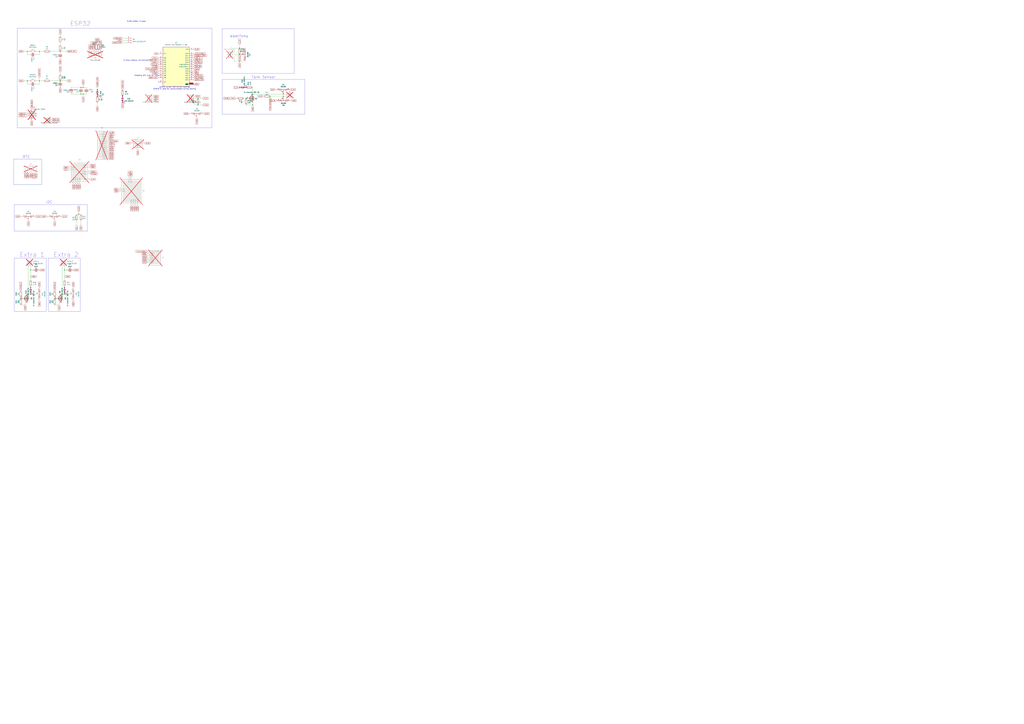
<source format=kicad_sch>
(kicad_sch
	(version 20250114)
	(generator "eeschema")
	(generator_version "9.0")
	(uuid "c26e8d55-0b6e-4c4e-b7c8-b1fed973201c")
	(paper "A0")
	(title_block
		(title "Plant Controller")
		(date "2020-12-21")
		(rev "0.4a")
		(company "C3MA")
	)
	
	(rectangle
		(start 16.51 237.744)
		(end 101.346 268.732)
		(stroke
			(width 0)
			(type default)
		)
		(fill
			(type none)
		)
		(uuid 1ed1aee0-8efb-486a-a550-066a86d5c669)
	)
	(rectangle
		(start 257.81 33.274)
		(end 341.63 85.344)
		(stroke
			(width 0)
			(type default)
		)
		(fill
			(type none)
		)
		(uuid 233c0351-cfd2-4f9e-b811-79c52fcb584d)
	)
	(rectangle
		(start 20.066 32.766)
		(end 246.126 148.59)
		(stroke
			(width 0)
			(type default)
		)
		(fill
			(type none)
		)
		(uuid 3a95b9e0-53dd-4840-b8fb-c11074eed081)
	)
	(rectangle
		(start 257.937 92.329)
		(end 354.076 132.715)
		(stroke
			(width 0)
			(type default)
		)
		(fill
			(type none)
		)
		(uuid 401e2773-4d08-4857-a7c2-f2ab6055fbac)
	)
	(rectangle
		(start 56.134 299.72)
		(end 92.964 361.95)
		(stroke
			(width 0)
			(type default)
		)
		(fill
			(type none)
		)
		(uuid 4b87a272-0a96-40f8-a42c-0bb4a8b95af2)
	)
	(rectangle
		(start 16.764 299.72)
		(end 53.594 361.95)
		(stroke
			(width 0)
			(type default)
		)
		(fill
			(type none)
		)
		(uuid 9180d8ab-03ef-414a-9b16-36a21edb22c2)
	)
	(rectangle
		(start 15.748 184.912)
		(end 48.26 214.63)
		(stroke
			(width 0)
			(type default)
		)
		(fill
			(type none)
		)
		(uuid f1cb09e6-74b4-43c4-8247-c9f441069dc5)
	)
	(text "GPIO21 pulses high during flashing!\nGPIO19 is used for communication during flashing"
		(exclude_from_sim no)
		(at 202.692 102.362 0)
		(effects
			(font
				(size 1.27 1.27)
			)
		)
		(uuid "2195adc7-ab0b-4ee3-aa2e-b2786571de43")
	)
	(text "To Allow Wakeup via interrupt"
		(exclude_from_sim no)
		(at 157.734 70.104 0)
		(effects
			(font
				(size 1.27 1.27)
			)
		)
		(uuid "2a2b2787-1ab7-4400-91a4-ad0dd84a1701")
	)
	(text "ESP32"
		(exclude_from_sim no)
		(at 81.28 30.48 0)
		(effects
			(font
				(size 5 5)
			)
			(justify left bottom)
		)
		(uuid "3279e749-d62b-45dc-920c-a4d4fc61f21f")
	)
	(text "Tank Sensor"
		(exclude_from_sim no)
		(at 292.1 91.44 0)
		(effects
			(font
				(size 3 3)
			)
			(justify left bottom)
		)
		(uuid "45d00ce1-d24d-4745-b54e-c4c2e50e0191")
	)
	(text "WaterTemp"
		(exclude_from_sim no)
		(at 266.954 43.688 0)
		(effects
			(font
				(size 2.667 2.667)
			)
			(justify left bottom)
		)
		(uuid "59c9990c-80fa-43e9-8e04-020dc8e86397")
	)
	(text "strapping pint must be high"
		(exclude_from_sim no)
		(at 169.672 87.63 0)
		(effects
			(font
				(size 1.27 1.27)
			)
		)
		(uuid "7b27cd3b-0694-416b-8a4d-db02b61ad3f5")
	)
	(text "Extra 2"
		(exclude_from_sim no)
		(at 61.976 299.212 0)
		(effects
			(font
				(size 5.2578 5.2578)
			)
			(justify left bottom)
		)
		(uuid "7d4d3c2e-0309-4db4-bb1b-ebcee691b404")
	)
	(text "I2C\n"
		(exclude_from_sim no)
		(at 53.34 236.728 0)
		(effects
			(font
				(size 3 3)
			)
			(justify left bottom)
		)
		(uuid "7ded9190-4a97-4053-98a7-9fc80b60531c")
	)
	(text "RTC"
		(exclude_from_sim no)
		(at 26.416 184.15 0)
		(effects
			(font
				(size 3 3)
			)
			(justify left bottom)
		)
		(uuid "9240960d-2696-4574-a275-d22681c8f19f")
	)
	(text "Extra 1"
		(exclude_from_sim no)
		(at 22.606 299.212 0)
		(effects
			(font
				(size 5.2578 5.2578)
			)
			(justify left bottom)
		)
		(uuid "bb806151-ed93-4260-a513-d3f8a6d3ffec")
	)
	(text "PUMP_ENABLE is dead"
		(exclude_from_sim no)
		(at 158.242 24.892 0)
		(effects
			(font
				(size 1.27 1.27)
			)
		)
		(uuid "f55c64b8-30c5-485a-856a-ebed595657ec")
	)
	(junction
		(at 31.75 59.69)
		(diameter 0)
		(color 0 0 0 0)
		(uuid "0c801748-df91-4145-83f3-9b19cb585cd0")
	)
	(junction
		(at 93.98 109.22)
		(diameter 0)
		(color 0 0 0 0)
		(uuid "27a17d6b-4590-42cc-ad3f-aca12d30ba26")
	)
	(junction
		(at 35.56 341.63)
		(diameter 0)
		(color 0 0 0 0)
		(uuid "2bef4bea-bb62-4daf-b15b-75895c8a59b4")
	)
	(junction
		(at 33.02 341.63)
		(diameter 0)
		(color 0 0 0 0)
		(uuid "2bf0bdd6-2ca0-4de5-a401-4629c798d1e3")
	)
	(junction
		(at 69.85 59.69)
		(diameter 0)
		(color 0 0 0 0)
		(uuid "44bf766d-2222-4637-ada1-6cbff94abbf8")
	)
	(junction
		(at 278.13 63.5)
		(diameter 0)
		(color 0 0 0 0)
		(uuid "46c0ba75-4154-464f-9e5c-4307b07d2698")
	)
	(junction
		(at 91.44 248.92)
		(diameter 0)
		(color 0 0 0 0)
		(uuid "59cefdea-f0fc-4a2c-8ab5-1fb284bbff64")
	)
	(junction
		(at 35.56 313.69)
		(diameter 0)
		(color 0 0 0 0)
		(uuid "7c4ad104-5060-4b7f-8d45-809ed7f43289")
	)
	(junction
		(at 229.87 121.92)
		(diameter 0)
		(color 0 0 0 0)
		(uuid "80d65bc6-dba9-4812-bdea-0cc2f75d7859")
	)
	(junction
		(at 45.72 59.69)
		(diameter 0)
		(color 0 0 0 0)
		(uuid "a3104c80-278d-416a-b409-fd08d784c6c7")
	)
	(junction
		(at 293.37 121.92)
		(diameter 0)
		(color 0 0 0 0)
		(uuid "a9f9fd58-5fa0-4a3e-95c3-fc0252fa5af0")
	)
	(junction
		(at 285.75 114.3)
		(diameter 0)
		(color 0 0 0 0)
		(uuid "b0e4d6c4-9f37-4b7c-a61f-79c11d6c2915")
	)
	(junction
		(at 328.93 109.22)
		(diameter 0)
		(color 0 0 0 0)
		(uuid "b45885ae-1b76-41c5-80ca-f3da7767748a")
	)
	(junction
		(at 24.13 346.71)
		(diameter 0)
		(color 0 0 0 0)
		(uuid "c29ddec9-e0e6-459d-aa76-01ba1da21bc6")
	)
	(junction
		(at 45.72 93.98)
		(diameter 0)
		(color 0 0 0 0)
		(uuid "c39add44-ba76-41fb-8f18-28fa0366e282")
	)
	(junction
		(at 293.37 109.22)
		(diameter 0)
		(color 0 0 0 0)
		(uuid "ca4591fd-bdc7-468a-a08c-130470748ee6")
	)
	(junction
		(at 72.39 341.63)
		(diameter 0)
		(color 0 0 0 0)
		(uuid "cd5c9130-70fb-4c6b-8ad5-eb6ea3ac0bdb")
	)
	(junction
		(at 31.75 93.98)
		(diameter 0)
		(color 0 0 0 0)
		(uuid "d2b0a197-1410-44de-bdc3-e63959ff5b39")
	)
	(junction
		(at 313.69 111.76)
		(diameter 0)
		(color 0 0 0 0)
		(uuid "d5a62d30-8595-4b2d-b77f-2c8c05e3af0b")
	)
	(junction
		(at 278.13 71.12)
		(diameter 0)
		(color 0 0 0 0)
		(uuid "d799f9e7-9ba0-4c73-ab01-d2e64da7f370")
	)
	(junction
		(at 229.87 114.3)
		(diameter 0)
		(color 0 0 0 0)
		(uuid "d87ec7ee-a984-4873-af6a-591dbaf9505a")
	)
	(junction
		(at 74.93 313.69)
		(diameter 0)
		(color 0 0 0 0)
		(uuid "db211aab-6cf1-4a4c-b2bd-2355f82384e0")
	)
	(junction
		(at 328.93 111.76)
		(diameter 0)
		(color 0 0 0 0)
		(uuid "df6d7758-99c5-489b-9654-8c13c4c38e3d")
	)
	(junction
		(at 278.13 55.88)
		(diameter 0)
		(color 0 0 0 0)
		(uuid "e02eebd3-438f-4aea-a333-95525a446142")
	)
	(junction
		(at 96.52 109.22)
		(diameter 0)
		(color 0 0 0 0)
		(uuid "eccbfa59-0c6d-47df-8d18-db1d8a427072")
	)
	(junction
		(at 93.98 101.6)
		(diameter 0)
		(color 0 0 0 0)
		(uuid "ecea753f-433a-4149-a225-d086184bd656")
	)
	(junction
		(at 69.85 93.98)
		(diameter 0)
		(color 0 0 0 0)
		(uuid "ed603a96-a752-490d-9f6b-e11a5c28a267")
	)
	(junction
		(at 96.52 101.6)
		(diameter 0)
		(color 0 0 0 0)
		(uuid "f1a67806-2122-488a-be9e-3def99cac9b4")
	)
	(junction
		(at 74.93 341.63)
		(diameter 0)
		(color 0 0 0 0)
		(uuid "f411ed64-9cd8-41e6-9c45-19388dc3fd14")
	)
	(junction
		(at 63.5 346.71)
		(diameter 0)
		(color 0 0 0 0)
		(uuid "fb2b919c-6424-4e40-bed3-beeb848f4f99")
	)
	(no_connect
		(at 31.75 200.66)
		(uuid "133b7027-41a1-4e09-a1e6-24d8bb033b2a")
	)
	(no_connect
		(at 41.91 134.62)
		(uuid "6e3bf7f5-ac34-42e8-8ef5-a375f9ec4670")
	)
	(no_connect
		(at 29.21 200.66)
		(uuid "a8b1637e-8d2e-4941-b9bd-532be9ff9ba7")
	)
	(no_connect
		(at 41.91 132.08)
		(uuid "d86b8e60-6beb-4fca-8d73-f997d63653a6")
	)
	(no_connect
		(at 184.15 87.63)
		(uuid "f3c5dacd-33c5-408d-ad7a-be143502967e")
	)
	(wire
		(pts
			(xy 41.91 63.5) (xy 45.72 63.5)
		)
		(stroke
			(width 0)
			(type default)
		)
		(uuid "0177a789-58ee-4342-a75b-6dc9759a0292")
	)
	(wire
		(pts
			(xy 74.93 341.63) (xy 80.01 341.63)
		)
		(stroke
			(width 0)
			(type default)
		)
		(uuid "120ebb1b-6e37-49ed-b620-6eb109e270e3")
	)
	(wire
		(pts
			(xy 71.12 351.79) (xy 68.58 351.79)
		)
		(stroke
			(width 0)
			(type default)
		)
		(uuid "12d48094-20d6-4dd4-9b87-9b37592b7583")
	)
	(wire
		(pts
			(xy 82.55 101.6) (xy 93.98 101.6)
		)
		(stroke
			(width 0)
			(type default)
		)
		(uuid "18ddd2d2-e511-427a-8ed7-47d233914a6f")
	)
	(wire
		(pts
			(xy 96.52 109.22) (xy 96.52 111.76)
		)
		(stroke
			(width 0)
			(type default)
		)
		(uuid "1ab70c7f-b32b-445d-9855-6db940558137")
	)
	(wire
		(pts
			(xy 142.24 49.53) (xy 147.32 49.53)
		)
		(stroke
			(width 0)
			(type default)
		)
		(uuid "1beee859-233b-4350-8f50-9c9759cdb634")
	)
	(wire
		(pts
			(xy 43.18 59.69) (xy 45.72 59.69)
		)
		(stroke
			(width 0)
			(type default)
		)
		(uuid "1ca63fb6-baf6-4191-bb5e-78a70eea690f")
	)
	(wire
		(pts
			(xy 229.87 114.3) (xy 234.95 114.3)
		)
		(stroke
			(width 0)
			(type default)
		)
		(uuid "1ee75389-371d-4303-a4c9-a6fef7dc46c8")
	)
	(wire
		(pts
			(xy 69.85 93.98) (xy 77.47 93.98)
		)
		(stroke
			(width 0)
			(type default)
		)
		(uuid "21cbfe94-5ca9-4e05-91f8-af8286db52f0")
	)
	(wire
		(pts
			(xy 275.59 114.3) (xy 274.32 114.3)
		)
		(stroke
			(width 0)
			(type default)
		)
		(uuid "2b5e2002-4910-4b28-b2af-64df078c8f37")
	)
	(wire
		(pts
			(xy 24.13 345.44) (xy 24.13 346.71)
		)
		(stroke
			(width 0)
			(type default)
		)
		(uuid "2daf10fb-bf25-4624-8b12-9ecb2739a811")
	)
	(wire
		(pts
			(xy 34.29 97.79) (xy 31.75 97.79)
		)
		(stroke
			(width 0)
			(type default)
		)
		(uuid "31699884-19e8-4f5a-acb0-7aab16d601da")
	)
	(wire
		(pts
			(xy 45.72 63.5) (xy 45.72 59.69)
		)
		(stroke
			(width 0)
			(type default)
		)
		(uuid "31bf5f35-13b7-4fbb-8116-6685511be1f0")
	)
	(wire
		(pts
			(xy 29.21 351.79) (xy 29.21 354.33)
		)
		(stroke
			(width 0)
			(type default)
		)
		(uuid "31ffa7ad-1b60-4f81-a75d-759e6c99fc66")
	)
	(wire
		(pts
			(xy 35.56 313.69) (xy 35.56 309.88)
		)
		(stroke
			(width 0)
			(type default)
		)
		(uuid "3485c98e-42fd-4962-baeb-f49dc1271407")
	)
	(wire
		(pts
			(xy 278.13 52.07) (xy 278.13 55.88)
		)
		(stroke
			(width 0)
			(type default)
		)
		(uuid "36492ecb-e83c-44ed-bce9-108634ac94ff")
	)
	(wire
		(pts
			(xy 35.56 341.63) (xy 40.64 341.63)
		)
		(stroke
			(width 0)
			(type default)
		)
		(uuid "398bc1ad-11e7-49fc-bab0-36ac7dcafc65")
	)
	(wire
		(pts
			(xy 31.75 351.79) (xy 29.21 351.79)
		)
		(stroke
			(width 0)
			(type default)
		)
		(uuid "3a08e8bf-f632-4ee9-8c81-38720a917cf3")
	)
	(wire
		(pts
			(xy 96.52 101.6) (xy 100.33 101.6)
		)
		(stroke
			(width 0)
			(type default)
		)
		(uuid "3dce1630-8f07-4681-bb48-60204f907b65")
	)
	(wire
		(pts
			(xy 74.93 313.69) (xy 74.93 325.12)
		)
		(stroke
			(width 0)
			(type default)
		)
		(uuid "3ff42459-900c-4649-bbc4-ab8737f50082")
	)
	(wire
		(pts
			(xy 72.39 309.88) (xy 72.39 341.63)
		)
		(stroke
			(width 0)
			(type default)
		)
		(uuid "44ae3783-0bc5-433b-8db2-8b8f87531e12")
	)
	(wire
		(pts
			(xy 226.06 114.3) (xy 229.87 114.3)
		)
		(stroke
			(width 0)
			(type default)
		)
		(uuid "44b868eb-c1c8-4396-a25b-1ed4bffa5df2")
	)
	(wire
		(pts
			(xy 271.78 55.88) (xy 278.13 55.88)
		)
		(stroke
			(width 0)
			(type default)
		)
		(uuid "466941da-e72c-4754-9ae3-e5f3e0803017")
	)
	(wire
		(pts
			(xy 320.04 104.14) (xy 321.31 104.14)
		)
		(stroke
			(width 0)
			(type default)
		)
		(uuid "4763bbcb-eda9-4ab0-ad66-1b29bb694dd2")
	)
	(wire
		(pts
			(xy 31.75 59.69) (xy 33.02 59.69)
		)
		(stroke
			(width 0)
			(type default)
		)
		(uuid "483615ee-41ef-48f3-bab8-747913a3b96f")
	)
	(wire
		(pts
			(xy 74.93 313.69) (xy 74.93 309.88)
		)
		(stroke
			(width 0)
			(type default)
		)
		(uuid "4856e7d5-dad7-4499-8e48-3f7304874107")
	)
	(wire
		(pts
			(xy 35.56 313.69) (xy 38.1 313.69)
		)
		(stroke
			(width 0)
			(type default)
		)
		(uuid "4abb9a39-702d-4e8c-a8d7-0cf6650dcf1a")
	)
	(wire
		(pts
			(xy 69.85 86.36) (xy 69.85 83.82)
		)
		(stroke
			(width 0)
			(type default)
		)
		(uuid "4bb38bb9-7c08-4826-a42b-21192907f190")
	)
	(wire
		(pts
			(xy 82.55 109.22) (xy 93.98 109.22)
		)
		(stroke
			(width 0)
			(type default)
		)
		(uuid "51413235-4eed-45c2-a2a5-ae2f1bbae42f")
	)
	(wire
		(pts
			(xy 69.85 59.69) (xy 77.47 59.69)
		)
		(stroke
			(width 0)
			(type default)
		)
		(uuid "5256d83b-af0e-4569-b35e-4538fa9f0c95")
	)
	(wire
		(pts
			(xy 31.75 93.98) (xy 31.75 97.79)
		)
		(stroke
			(width 0)
			(type default)
		)
		(uuid "536ecfb7-07b7-4bf3-b53a-4fdb8c0b7f89")
	)
	(wire
		(pts
			(xy 45.72 59.69) (xy 50.8 59.69)
		)
		(stroke
			(width 0)
			(type default)
		)
		(uuid "54ca3150-def0-4bc3-8825-96aab67dcdc1")
	)
	(wire
		(pts
			(xy 69.85 49.53) (xy 69.85 52.07)
		)
		(stroke
			(width 0)
			(type default)
		)
		(uuid "55bd0438-7295-46aa-bd32-0ce2fda20b0b")
	)
	(wire
		(pts
			(xy 293.37 109.22) (xy 328.93 109.22)
		)
		(stroke
			(width 0)
			(type default)
		)
		(uuid "60a62d88-28f4-4168-abad-a0a075987d66")
	)
	(wire
		(pts
			(xy 219.71 132.08) (xy 220.98 132.08)
		)
		(stroke
			(width 0)
			(type default)
		)
		(uuid "62e15c17-7df5-475e-b103-0d4f69dd85c3")
	)
	(wire
		(pts
			(xy 226.06 116.84) (xy 226.06 121.92)
		)
		(stroke
			(width 0)
			(type default)
		)
		(uuid "644eabac-1c27-416e-bf4d-750948deadf2")
	)
	(wire
		(pts
			(xy 27.94 93.98) (xy 31.75 93.98)
		)
		(stroke
			(width 0)
			(type default)
		)
		(uuid "658cd722-822e-4271-af54-fd25a45efbeb")
	)
	(wire
		(pts
			(xy 74.93 334.01) (xy 74.93 332.74)
		)
		(stroke
			(width 0)
			(type default)
		)
		(uuid "666ce09a-0a0c-491a-bb39-4cbbb328181f")
	)
	(wire
		(pts
			(xy 72.39 341.63) (xy 71.12 341.63)
		)
		(stroke
			(width 0)
			(type default)
		)
		(uuid "6d047e78-eceb-4684-ac3f-c76ea2db8034")
	)
	(wire
		(pts
			(xy 69.85 59.69) (xy 69.85 60.96)
		)
		(stroke
			(width 0)
			(type default)
		)
		(uuid "700ef27d-1afc-4474-9c7e-7495dfb2cd41")
	)
	(wire
		(pts
			(xy 91.44 246.38) (xy 91.44 248.92)
		)
		(stroke
			(width 0)
			(type default)
		)
		(uuid "70866635-ddea-48d8-8718-83534d7ee14b")
	)
	(wire
		(pts
			(xy 96.52 99.06) (xy 96.52 101.6)
		)
		(stroke
			(width 0)
			(type default)
		)
		(uuid "722ee4f9-72ec-47c5-8af9-2593b457c9f6")
	)
	(wire
		(pts
			(xy 63.5 345.44) (xy 63.5 346.71)
		)
		(stroke
			(width 0)
			(type default)
		)
		(uuid "74091b03-ef55-4172-9d0a-d152352c23d4")
	)
	(wire
		(pts
			(xy 93.98 101.6) (xy 96.52 101.6)
		)
		(stroke
			(width 0)
			(type default)
		)
		(uuid "74b2227a-fa56-4549-b733-9557b9413712")
	)
	(wire
		(pts
			(xy 45.72 93.98) (xy 45.72 97.79)
		)
		(stroke
			(width 0)
			(type default)
		)
		(uuid "76babe23-9fed-45a3-9579-567c56af29ba")
	)
	(wire
		(pts
			(xy 33.02 341.63) (xy 35.56 341.63)
		)
		(stroke
			(width 0)
			(type default)
		)
		(uuid "79efefe3-2f9a-4adc-8d8e-3d3c4fd080ba")
	)
	(wire
		(pts
			(xy 34.29 63.5) (xy 31.75 63.5)
		)
		(stroke
			(width 0)
			(type default)
		)
		(uuid "7d485185-3d6f-4ba3-a470-0c5cd8a21f08")
	)
	(wire
		(pts
			(xy 31.75 93.98) (xy 33.02 93.98)
		)
		(stroke
			(width 0)
			(type default)
		)
		(uuid "7e0b43c8-36f8-4add-a349-afdc2cb53952")
	)
	(wire
		(pts
			(xy 271.78 71.12) (xy 278.13 71.12)
		)
		(stroke
			(width 0)
			(type default)
		)
		(uuid "80434ffa-f919-4d72-8038-56a22544dbf9")
	)
	(wire
		(pts
			(xy 93.98 109.22) (xy 96.52 109.22)
		)
		(stroke
			(width 0)
			(type default)
		)
		(uuid "8407ac68-3faf-4589-b1de-98116c7b6a4f")
	)
	(wire
		(pts
			(xy 278.13 63.5) (xy 279.4 63.5)
		)
		(stroke
			(width 0)
			(type default)
		)
		(uuid "85d1d84c-fd22-4545-baea-ced839ab08b1")
	)
	(wire
		(pts
			(xy 24.13 251.46) (xy 25.4 251.46)
		)
		(stroke
			(width 0)
			(type default)
		)
		(uuid "8c027af5-0ec1-4c51-959c-ea99286f05f4")
	)
	(wire
		(pts
			(xy 271.78 66.04) (xy 271.78 71.12)
		)
		(stroke
			(width 0)
			(type default)
		)
		(uuid "91e75e41-3d05-4931-9e4d-b6a0534378d1")
	)
	(wire
		(pts
			(xy 285.75 121.92) (xy 293.37 121.92)
		)
		(stroke
			(width 0)
			(type default)
		)
		(uuid "91ee550a-c477-47ca-85c9-86517cb173f8")
	)
	(wire
		(pts
			(xy 68.58 351.79) (xy 68.58 354.33)
		)
		(stroke
			(width 0)
			(type default)
		)
		(uuid "93314357-f2cf-4957-a6b1-9d033873da88")
	)
	(wire
		(pts
			(xy 293.37 121.92) (xy 293.37 123.19)
		)
		(stroke
			(width 0)
			(type default)
		)
		(uuid "93c0481b-aacd-483f-a8cc-de3fae8dd8cf")
	)
	(wire
		(pts
			(xy 88.9 256.54) (xy 88.9 261.62)
		)
		(stroke
			(width 0)
			(type default)
		)
		(uuid "93c17db2-793e-4a58-8c7e-ff5af9ec0b01")
	)
	(wire
		(pts
			(xy 226.06 121.92) (xy 229.87 121.92)
		)
		(stroke
			(width 0)
			(type default)
		)
		(uuid "97d339c5-225b-44e6-942d-fe692ed2713c")
	)
	(wire
		(pts
			(xy 278.13 71.12) (xy 284.48 71.12)
		)
		(stroke
			(width 0)
			(type default)
		)
		(uuid "99c7b492-11b3-4968-bb47-e0e498beb4f4")
	)
	(wire
		(pts
			(xy 142.24 46.99) (xy 147.32 46.99)
		)
		(stroke
			(width 0)
			(type default)
		)
		(uuid "a05a58e8-2be9-48f5-901e-7c5c204a399d")
	)
	(wire
		(pts
			(xy 93.98 261.62) (xy 93.98 256.54)
		)
		(stroke
			(width 0)
			(type default)
		)
		(uuid "a0dea2ad-b1d7-490e-8617-4f6f933c9a95")
	)
	(wire
		(pts
			(xy 58.42 93.98) (xy 69.85 93.98)
		)
		(stroke
			(width 0)
			(type default)
		)
		(uuid "a650c4ef-35d1-41cc-a1b8-2f4d039def3e")
	)
	(wire
		(pts
			(xy 45.72 93.98) (xy 50.8 93.98)
		)
		(stroke
			(width 0)
			(type default)
		)
		(uuid "a6f20c79-82b3-4cbc-a418-b3e892edf979")
	)
	(wire
		(pts
			(xy 229.87 121.92) (xy 234.95 121.92)
		)
		(stroke
			(width 0)
			(type default)
		)
		(uuid "a9a80599-37da-40a1-aecd-15d6cb538347")
	)
	(wire
		(pts
			(xy 41.91 97.79) (xy 45.72 97.79)
		)
		(stroke
			(width 0)
			(type default)
		)
		(uuid "b0727bbf-4aa0-4f1f-a393-5a2444607ca8")
	)
	(wire
		(pts
			(xy 43.18 93.98) (xy 45.72 93.98)
		)
		(stroke
			(width 0)
			(type default)
		)
		(uuid "b34bc502-57b5-42ca-a1e3-e37a6b18fa8a")
	)
	(wire
		(pts
			(xy 293.37 121.92) (xy 293.37 119.38)
		)
		(stroke
			(width 0)
			(type default)
		)
		(uuid "b5a66bcd-3d77-4fc3-a7ef-9522ea59d5b4")
	)
	(wire
		(pts
			(xy 278.13 71.12) (xy 278.13 72.39)
		)
		(stroke
			(width 0)
			(type default)
		)
		(uuid "b8e1344d-eebb-405e-bf45-bf7286818846")
	)
	(wire
		(pts
			(xy 72.39 341.63) (xy 74.93 341.63)
		)
		(stroke
			(width 0)
			(type default)
		)
		(uuid "bcbdfbfe-813b-406c-8e78-ecf377694e4b")
	)
	(wire
		(pts
			(xy 278.13 55.88) (xy 284.48 55.88)
		)
		(stroke
			(width 0)
			(type default)
		)
		(uuid "c3c4e6a5-ffd0-4949-b1ed-9dbac4816a31")
	)
	(wire
		(pts
			(xy 31.75 63.5) (xy 31.75 59.69)
		)
		(stroke
			(width 0)
			(type default)
		)
		(uuid "c64f7182-b1d1-414b-8311-bf9c8def56b0")
	)
	(wire
		(pts
			(xy 27.94 59.69) (xy 31.75 59.69)
		)
		(stroke
			(width 0)
			(type default)
		)
		(uuid "c80e2422-7139-49dc-b3f9-625263c3cdf8")
	)
	(wire
		(pts
			(xy 293.37 101.6) (xy 293.37 109.22)
		)
		(stroke
			(width 0)
			(type default)
		)
		(uuid "cad969f2-74fc-4d70-ae1a-5f7c9f1fafe5")
	)
	(wire
		(pts
			(xy 313.69 111.76) (xy 313.69 113.03)
		)
		(stroke
			(width 0)
			(type default)
		)
		(uuid "d015eee5-e700-4aae-9740-7584ac86f2dc")
	)
	(wire
		(pts
			(xy 69.85 40.64) (xy 69.85 41.91)
		)
		(stroke
			(width 0)
			(type default)
		)
		(uuid "d32bf4e8-ecff-4ac9-ad29-ae1c8bda82d7")
	)
	(wire
		(pts
			(xy 33.02 341.63) (xy 31.75 341.63)
		)
		(stroke
			(width 0)
			(type default)
		)
		(uuid "d3a8bba0-f6b8-492c-bd32-cf4f52b3a460")
	)
	(wire
		(pts
			(xy 45.72 90.17) (xy 45.72 93.98)
		)
		(stroke
			(width 0)
			(type default)
		)
		(uuid "d620b9ee-3d35-4705-a602-47bebfdc9e10")
	)
	(wire
		(pts
			(xy 271.78 60.96) (xy 271.78 55.88)
		)
		(stroke
			(width 0)
			(type default)
		)
		(uuid "db1449f4-7508-4d35-a59d-651f6bb67398")
	)
	(wire
		(pts
			(xy 68.58 354.33) (xy 63.5 354.33)
		)
		(stroke
			(width 0)
			(type default)
		)
		(uuid "de6ae241-6a11-4acc-aa73-4a79d3e05390")
	)
	(wire
		(pts
			(xy 328.93 111.76) (xy 331.47 111.76)
		)
		(stroke
			(width 0)
			(type default)
		)
		(uuid "e1cb434d-ad4f-4f8f-9de9-d90ae9cd1c77")
	)
	(wire
		(pts
			(xy 283.21 114.3) (xy 285.75 114.3)
		)
		(stroke
			(width 0)
			(type default)
		)
		(uuid "e2df7712-ab61-410a-b1b8-e5fe74794534")
	)
	(wire
		(pts
			(xy 54.61 251.46) (xy 55.88 251.46)
		)
		(stroke
			(width 0)
			(type default)
		)
		(uuid "e3114c64-3a58-46b0-a670-c83661c7de49")
	)
	(wire
		(pts
			(xy 313.69 111.76) (xy 328.93 111.76)
		)
		(stroke
			(width 0)
			(type default)
		)
		(uuid "ed1859d2-f596-4cb5-a5ad-7acc9d34a435")
	)
	(wire
		(pts
			(xy 35.56 313.69) (xy 35.56 325.12)
		)
		(stroke
			(width 0)
			(type default)
		)
		(uuid "ed1fd11f-d09d-48a9-9ccc-935ebda3f31e")
	)
	(wire
		(pts
			(xy 142.24 44.45) (xy 147.32 44.45)
		)
		(stroke
			(width 0)
			(type default)
		)
		(uuid "ede5a054-18a1-4079-b94b-e81d597fb7e8")
	)
	(wire
		(pts
			(xy 58.42 59.69) (xy 69.85 59.69)
		)
		(stroke
			(width 0)
			(type default)
		)
		(uuid "efe43904-6098-445c-abdc-2bc8ca9294e5")
	)
	(wire
		(pts
			(xy 328.93 109.22) (xy 331.47 109.22)
		)
		(stroke
			(width 0)
			(type default)
		)
		(uuid "f0fe1774-fe0e-4df8-8b74-3ff52c87b757")
	)
	(wire
		(pts
			(xy 337.82 116.84) (xy 336.55 116.84)
		)
		(stroke
			(width 0)
			(type default)
		)
		(uuid "f1a50e89-e842-4523-8212-2d0c94809628")
	)
	(wire
		(pts
			(xy 96.52 109.22) (xy 100.33 109.22)
		)
		(stroke
			(width 0)
			(type default)
		)
		(uuid "f1c085fa-3dc9-4e20-974e-d9de9c622474")
	)
	(wire
		(pts
			(xy 29.21 354.33) (xy 24.13 354.33)
		)
		(stroke
			(width 0)
			(type default)
		)
		(uuid "f2e01eb8-dda0-4f4c-a50c-8fd5751acfb1")
	)
	(wire
		(pts
			(xy 113.03 101.6) (xy 113.03 104.14)
		)
		(stroke
			(width 0)
			(type default)
		)
		(uuid "f30c40b9-fbc4-4f15-8b49-bc02d2675311")
	)
	(wire
		(pts
			(xy 35.56 334.01) (xy 35.56 332.74)
		)
		(stroke
			(width 0)
			(type default)
		)
		(uuid "f3bf6e36-aa7c-4ac8-8639-188ecb6b8e30")
	)
	(wire
		(pts
			(xy 88.9 248.92) (xy 91.44 248.92)
		)
		(stroke
			(width 0)
			(type default)
		)
		(uuid "f5e7d45d-4790-4305-9401-f604f4076991")
	)
	(wire
		(pts
			(xy 271.78 63.5) (xy 278.13 63.5)
		)
		(stroke
			(width 0)
			(type default)
		)
		(uuid "f9c01c92-19e3-4daa-9743-ed08778d5561")
	)
	(wire
		(pts
			(xy 33.02 309.88) (xy 33.02 341.63)
		)
		(stroke
			(width 0)
			(type default)
		)
		(uuid "fa43ccc0-370c-4fdb-a0d8-dd3f4f7e79e7")
	)
	(wire
		(pts
			(xy 74.93 313.69) (xy 77.47 313.69)
		)
		(stroke
			(width 0)
			(type default)
		)
		(uuid "fcaf42a8-4767-4fa9-907c-897f08df9f9c")
	)
	(wire
		(pts
			(xy 113.03 119.38) (xy 113.03 123.19)
		)
		(stroke
			(width 0)
			(type default)
		)
		(uuid "fdfc0054-bdc4-4e7d-873c-b15a0eb65110")
	)
	(wire
		(pts
			(xy 91.44 248.92) (xy 93.98 248.92)
		)
		(stroke
			(width 0)
			(type default)
		)
		(uuid "ff6dab05-366f-49e5-b875-92ab1629809b")
	)
	(global_label "GND"
		(shape input)
		(at 85.09 334.01 90)
		(fields_autoplaced yes)
		(effects
			(font
				(size 1.27 1.27)
			)
			(justify left)
		)
		(uuid "01f0ce47-812c-4593-960f-ca9592317683")
		(property "Intersheetrefs" "${INTERSHEET_REFS}"
			(at 85.09 327.1543 90)
			(effects
				(font
					(size 1.27 1.27)
				)
				(justify left)
				(hide yes)
			)
		)
	)
	(global_label "TANK_SENSOR"
		(shape input)
		(at 184.15 80.01 180)
		(fields_autoplaced yes)
		(effects
			(font
				(size 1.27 1.27)
			)
			(justify right)
		)
		(uuid "0277878d-a4a6-4231-8b67-d156df63670e")
		(property "Intersheetrefs" "${INTERSHEET_REFS}"
			(at 168.6957 80.01 0)
			(effects
				(font
					(size 1.27 1.27)
				)
				(justify right)
				(hide yes)
			)
		)
	)
	(global_label "GND"
		(shape input)
		(at 337.82 116.84 0)
		(fields_autoplaced yes)
		(effects
			(font
				(size 1.27 1.27)
			)
			(justify left)
		)
		(uuid "05c81bef-81a5-4a36-ab49-e60fb7156524")
		(property "Intersheetrefs" "${INTERSHEET_REFS}"
			(at 343.9421 116.84 0)
			(effects
				(font
					(size 1.27 1.27)
				)
				(justify left)
				(hide yes)
			)
		)
	)
	(global_label "3_3V"
		(shape input)
		(at 321.31 116.84 180)
		(fields_autoplaced yes)
		(effects
			(font
				(size 1.27 1.27)
			)
			(justify right)
		)
		(uuid "05d6d37f-4aa5-4dd8-a14c-e60a7d890ed1")
		(property "Intersheetrefs" "${INTERSHEET_REFS}"
			(at 314.5832 116.84 0)
			(effects
				(font
					(size 1.27 1.27)
				)
				(justify right)
				(hide yes)
			)
		)
	)
	(global_label "VBAT"
		(shape input)
		(at 152.4 205.74 90)
		(fields_autoplaced yes)
		(effects
			(font
				(size 1.27 1.27)
			)
			(justify left)
		)
		(uuid "06c8a595-7bf2-4dd7-a4f0-ac17b2d46649")
		(property "Intersheetrefs" "${INTERSHEET_REFS}"
			(at 152.4 198.9942 90)
			(effects
				(font
					(size 1.27 1.27)
				)
				(justify left)
				(hide yes)
			)
		)
	)
	(global_label "GND"
		(shape input)
		(at 320.04 104.14 180)
		(fields_autoplaced yes)
		(effects
			(font
				(size 1.27 1.27)
			)
			(justify right)
		)
		(uuid "07eb776c-3b6c-493d-938d-f5eeb93bb30f")
		(property "Intersheetrefs" "${INTERSHEET_REFS}"
			(at 313.9179 104.14 0)
			(effects
				(font
					(size 1.27 1.27)
				)
				(justify right)
				(hide yes)
			)
		)
	)
	(global_label "GND"
		(shape input)
		(at 96.52 99.06 90)
		(fields_autoplaced yes)
		(effects
			(font
				(size 1.27 1.27)
			)
			(justify left)
		)
		(uuid "07f2735a-5fa4-495f-a960-1a2fafe677bd")
		(property "Intersheetrefs" "${INTERSHEET_REFS}"
			(at 96.52 92.9379 90)
			(effects
				(font
					(size 1.27 1.27)
				)
				(justify left)
				(hide yes)
			)
		)
	)
	(global_label "3_3V"
		(shape input)
		(at 149.86 205.74 90)
		(fields_autoplaced yes)
		(effects
			(font
				(size 1.27 1.27)
			)
			(justify left)
		)
		(uuid "09a7e979-4a18-4d80-a7c2-c9c10cdbfd9d")
		(property "Intersheetrefs" "${INTERSHEET_REFS}"
			(at 149.86 198.9338 90)
			(effects
				(font
					(size 1.27 1.27)
				)
				(justify left)
				(hide yes)
			)
		)
	)
	(global_label "GND"
		(shape input)
		(at 226.06 111.76 0)
		(fields_autoplaced yes)
		(effects
			(font
				(size 1.27 1.27)
			)
			(justify left)
		)
		(uuid "09df9ed6-1e8f-41ca-830c-ab300f318c83")
		(property "Intersheetrefs" "${INTERSHEET_REFS}"
			(at 232.2615 111.76 0)
			(effects
				(font
					(size 1.27 1.27)
				)
				(justify left)
				(hide yes)
			)
		)
	)
	(global_label "WORKING"
		(shape input)
		(at 224.79 87.63 0)
		(fields_autoplaced yes)
		(effects
			(font
				(size 1.27 1.27)
			)
			(justify left)
		)
		(uuid "0af53f6a-ea11-4d73-a8d1-f63ebcdc2e54")
		(property "Intersheetrefs" "${INTERSHEET_REFS}"
			(at 235.6482 87.63 0)
			(effects
				(font
					(size 1.27 1.27)
				)
				(justify left)
				(hide yes)
			)
		)
	)
	(global_label "Charge"
		(shape input)
		(at 184.15 74.93 180)
		(fields_autoplaced yes)
		(effects
			(font
				(size 1.27 1.27)
			)
			(justify right)
		)
		(uuid "0d0161bc-7240-4eee-8726-d1822cffb0f6")
		(property "Intersheetrefs" "${INTERSHEET_REFS}"
			(at 175.2272 74.93 0)
			(effects
				(font
					(size 1.27 1.27)
				)
				(justify right)
				(hide yes)
			)
		)
	)
	(global_label "USB_D-"
		(shape input)
		(at 109.22 58.42 90)
		(fields_autoplaced yes)
		(effects
			(font
				(size 1.27 1.27)
			)
			(justify left)
		)
		(uuid "0d994ccb-a63f-4416-9894-9ddfda536836")
		(property "Intersheetrefs" "${INTERSHEET_REFS}"
			(at 109.22 48.469 90)
			(effects
				(font
					(size 1.27 1.27)
				)
				(justify left)
				(hide yes)
			)
		)
	)
	(global_label "GND"
		(shape input)
		(at 154.94 238.76 270)
		(fields_autoplaced yes)
		(effects
			(font
				(size 1.27 1.27)
			)
			(justify right)
		)
		(uuid "0e2ae4f1-4564-4982-956b-ea4c210979bf")
		(property "Intersheetrefs" "${INTERSHEET_REFS}"
			(at 154.94 244.9615 90)
			(effects
				(font
					(size 1.27 1.27)
				)
				(justify right)
				(hide yes)
			)
		)
	)
	(global_label "LED_ENABLE"
		(shape input)
		(at 171.45 292.1 180)
		(fields_autoplaced yes)
		(effects
			(font
				(size 1.27 1.27)
			)
			(justify right)
		)
		(uuid "11cc9fe3-80f4-40f0-bfcd-ee01b4fd2a55")
		(property "Intersheetrefs" "${INTERSHEET_REFS}"
			(at 157.6891 292.1 0)
			(effects
				(font
					(size 1.27 1.27)
				)
				(justify right)
				(hide yes)
			)
		)
	)
	(global_label "SDA"
		(shape input)
		(at 36.83 200.66 270)
		(fields_autoplaced yes)
		(effects
			(font
				(size 1.27 1.27)
			)
			(justify right)
		)
		(uuid "15df726b-dd98-4aca-996c-07a91cdb9d7a")
		(property "Intersheetrefs" "${INTERSHEET_REFS}"
			(at 36.83 206.5591 90)
			(effects
				(font
					(size 1.27 1.27)
				)
				(justify right)
				(hide yes)
			)
		)
	)
	(global_label "GND"
		(shape input)
		(at 171.45 297.18 180)
		(fields_autoplaced yes)
		(effects
			(font
				(size 1.27 1.27)
			)
			(justify right)
		)
		(uuid "1acf831d-2a29-4a4e-a38c-6e35bf2b277f")
		(property "Intersheetrefs" "${INTERSHEET_REFS}"
			(at 165.2485 297.18 0)
			(effects
				(font
					(size 1.27 1.27)
				)
				(justify right)
				(hide yes)
			)
		)
	)
	(global_label "SDA"
		(shape input)
		(at 177.8 114.3 0)
		(fields_autoplaced yes)
		(effects
			(font
				(size 1.27 1.27)
			)
			(justify left)
		)
		(uuid "1c205131-2195-4fc5-98ca-0cab3ff1b276")
		(property "Intersheetrefs" "${INTERSHEET_REFS}"
			(at 183.6197 114.3 0)
			(effects
				(font
					(size 1.27 1.27)
				)
				(justify left)
				(hide yes)
			)
		)
	)
	(global_label "GND"
		(shape input)
		(at 293.37 123.19 270)
		(fields_autoplaced yes)
		(effects
			(font
				(size 1.27 1.27)
			)
			(justify right)
		)
		(uuid "20826301-241c-4b61-8480-c1231645cf78")
		(property "Intersheetrefs" "${INTERSHEET_REFS}"
			(at 293.37 129.3121 90)
			(effects
				(font
					(size 1.27 1.27)
				)
				(justify right)
				(hide yes)
			)
		)
	)
	(global_label "VBAT"
		(shape input)
		(at 85.09 349.25 270)
		(fields_autoplaced yes)
		(effects
			(font
				(size 1.27 1.27)
			)
			(justify right)
		)
		(uuid "23c912c6-12c3-411c-bd7f-baaa5f29c31c")
		(property "Intersheetrefs" "${INTERSHEET_REFS}"
			(at 85.09 356.65 90)
			(effects
				(font
					(size 1.27 1.27)
				)
				(justify right)
				(hide yes)
			)
		)
	)
	(global_label "GND"
		(shape input)
		(at 24.13 251.46 180)
		(fields_autoplaced yes)
		(effects
			(font
				(size 1.27 1.27)
			)
			(justify right)
		)
		(uuid "29a5ca9f-ceff-4d1f-9d68-01494322a3e8")
		(property "Intersheetrefs" "${INTERSHEET_REFS}"
			(at 18.0079 251.46 0)
			(effects
				(font
					(size 1.27 1.27)
				)
				(justify right)
				(hide yes)
			)
		)
	)
	(global_label "GND"
		(shape input)
		(at 125.73 181.61 0)
		(fields_autoplaced yes)
		(effects
			(font
				(size 1.27 1.27)
			)
			(justify left)
		)
		(uuid "2b9f7359-b644-478f-ba13-5ea4a3466855")
		(property "Intersheetrefs" "${INTERSHEET_REFS}"
			(at 131.9315 181.61 0)
			(effects
				(font
					(size 1.27 1.27)
				)
				(justify left)
				(hide yes)
			)
		)
	)
	(global_label "USB_BUS"
		(shape input)
		(at 36.83 127 90)
		(fields_autoplaced yes)
		(effects
			(font
				(size 1.27 1.27)
			)
			(justify left)
		)
		(uuid "2c73b682-c34d-4be6-90ef-25750bdd4b53")
		(property "Intersheetrefs" "${INTERSHEET_REFS}"
			(at 36.83 116.0814 90)
			(effects
				(font
					(size 1.27 1.27)
				)
				(justify left)
				(hide yes)
			)
		)
	)
	(global_label "SDA"
		(shape input)
		(at 224.79 85.09 0)
		(fields_autoplaced yes)
		(effects
			(font
				(size 1.27 1.27)
			)
			(justify left)
		)
		(uuid "2eebddac-8c2f-4574-8648-38ee33af1472")
		(property "Intersheetrefs" "${INTERSHEET_REFS}"
			(at 230.6891 85.09 0)
			(effects
				(font
					(size 1.27 1.27)
				)
				(justify left)
				(hide yes)
			)
		)
	)
	(global_label "GND"
		(shape input)
		(at 160.02 173.99 270)
		(fields_autoplaced yes)
		(effects
			(font
				(size 1.27 1.27)
			)
			(justify right)
		)
		(uuid "300650e6-036d-445a-a054-e0480cee81f6")
		(property "Intersheetrefs" "${INTERSHEET_REFS}"
			(at 160.02 180.1915 90)
			(effects
				(font
					(size 1.27 1.27)
				)
				(justify right)
				(hide yes)
			)
		)
	)
	(global_label "WORKING"
		(shape input)
		(at 142.24 104.14 90)
		(fields_autoplaced yes)
		(effects
			(font
				(size 1.27 1.27)
			)
			(justify left)
		)
		(uuid "303310f5-7f76-473a-84ff-825ecc4bddd1")
		(property "Intersheetrefs" "${INTERSHEET_REFS}"
			(at 142.24 93.2818 90)
			(effects
				(font
					(size 1.27 1.27)
				)
				(justify left)
				(hide yes)
			)
		)
	)
	(global_label "FLOW"
		(shape input)
		(at 228.6 137.16 270)
		(fields_autoplaced yes)
		(effects
			(font
				(size 1.27 1.27)
			)
			(justify right)
		)
		(uuid "34231fa6-ab62-4cfa-828a-b9604edabdea")
		(property "Intersheetrefs" "${INTERSHEET_REFS}"
			(at 228.6 144.3896 90)
			(effects
				(font
					(size 1.27 1.27)
				)
				(justify right)
				(hide yes)
			)
		)
	)
	(global_label "GND"
		(shape input)
		(at 125.73 176.53 0)
		(fields_autoplaced yes)
		(effects
			(font
				(size 1.27 1.27)
			)
			(justify left)
		)
		(uuid "36226fb3-6951-4568-90f3-daa99e609121")
		(property "Intersheetrefs" "${INTERSHEET_REFS}"
			(at 131.9315 176.53 0)
			(effects
				(font
					(size 1.27 1.27)
				)
				(justify left)
				(hide yes)
			)
		)
	)
	(global_label "GND"
		(shape input)
		(at 125.73 173.99 0)
		(fields_autoplaced yes)
		(effects
			(font
				(size 1.27 1.27)
			)
			(justify left)
		)
		(uuid "36c40c19-19ac-4e9a-9c4c-07e2994aa2a1")
		(property "Intersheetrefs" "${INTERSHEET_REFS}"
			(at 131.9315 173.99 0)
			(effects
				(font
					(size 1.27 1.27)
				)
				(justify left)
				(hide yes)
			)
		)
	)
	(global_label "GND"
		(shape input)
		(at 224.79 97.79 0)
		(fields_autoplaced yes)
		(effects
			(font
				(size 1.27 1.27)
			)
			(justify left)
		)
		(uuid "3952489d-2258-4eb0-b36f-fed0b81dc0f7")
		(property "Intersheetrefs" "${INTERSHEET_REFS}"
			(at 230.9121 97.79 0)
			(effects
				(font
					(size 1.27 1.27)
				)
				(justify left)
				(hide yes)
			)
		)
	)
	(global_label "EXTRA_2"
		(shape input)
		(at 63.5 337.82 90)
		(fields_autoplaced yes)
		(effects
			(font
				(size 1.27 1.27)
			)
			(justify left)
		)
		(uuid "3ab962ab-f8c1-4e7d-ba3a-b62909df85fe")
		(property "Intersheetrefs" "${INTERSHEET_REFS}"
			(at 63.5 327.6272 90)
			(effects
				(font
					(size 1.27 1.27)
				)
				(justify left)
				(hide yes)
			)
		)
	)
	(global_label "GND"
		(shape input)
		(at 171.45 302.26 180)
		(fields_autoplaced yes)
		(effects
			(font
				(size 1.27 1.27)
			)
			(justify right)
		)
		(uuid "3adfe8c5-95ca-4799-9787-aad655ffd5a2")
		(property "Intersheetrefs" "${INTERSHEET_REFS}"
			(at 165.2485 302.26 0)
			(effects
				(font
					(size 1.27 1.27)
				)
				(justify right)
				(hide yes)
			)
		)
	)
	(global_label "EXTRA_1"
		(shape input)
		(at 24.13 337.82 90)
		(fields_autoplaced yes)
		(effects
			(font
				(size 1.27 1.27)
			)
			(justify left)
		)
		(uuid "428764c2-dec7-4bbb-9ce6-8a82503ab149")
		(property "Intersheetrefs" "${INTERSHEET_REFS}"
			(at 24.13 327.6272 90)
			(effects
				(font
					(size 1.27 1.27)
				)
				(justify left)
				(hide yes)
			)
		)
	)
	(global_label "VBAT"
		(shape input)
		(at 104.14 194.31 0)
		(fields_autoplaced yes)
		(effects
			(font
				(size 1.27 1.27)
			)
			(justify left)
		)
		(uuid "4460be89-aeb8-4588-81b4-86e5166a9474")
		(property "Intersheetrefs" "${INTERSHEET_REFS}"
			(at 110.8858 194.31 0)
			(effects
				(font
					(size 1.27 1.27)
				)
				(justify left)
				(hide yes)
			)
		)
	)
	(global_label "EXTRA_1"
		(shape input)
		(at 184.15 82.55 180)
		(fields_autoplaced yes)
		(effects
			(font
				(size 1.27 1.27)
			)
			(justify right)
		)
		(uuid "4635eda0-e395-42c7-9764-c7b7fc3019ec")
		(property "Intersheetrefs" "${INTERSHEET_REFS}"
			(at 173.9572 82.55 0)
			(effects
				(font
					(size 1.27 1.27)
				)
				(justify right)
				(hide yes)
			)
		)
	)
	(global_label "USB_D-"
		(shape input)
		(at 224.79 67.31 0)
		(fields_autoplaced yes)
		(effects
			(font
				(size 1.27 1.27)
			)
			(justify left)
		)
		(uuid "4762d8da-1631-45c2-a8a0-68b72266e13f")
		(property "Intersheetrefs" "${INTERSHEET_REFS}"
			(at 234.741 67.31 0)
			(effects
				(font
					(size 1.27 1.27)
				)
				(justify left)
				(hide yes)
			)
		)
	)
	(global_label "GND"
		(shape input)
		(at 85.09 313.69 0)
		(fields_autoplaced yes)
		(effects
			(font
				(size 1.27 1.27)
			)
			(justify left)
		)
		(uuid "498c91d4-2879-4126-8859-4d98590377dd")
		(property "Intersheetrefs" "${INTERSHEET_REFS}"
			(at 91.9457 313.69 0)
			(effects
				(font
					(size 1.27 1.27)
				)
				(justify left)
				(hide yes)
			)
		)
	)
	(global_label "CONFIG2"
		(shape input)
		(at 142.24 44.45 180)
		(fields_autoplaced yes)
		(effects
			(font
				(size 1.27 1.27)
			)
			(justify right)
		)
		(uuid "4aed43a7-6995-42f6-b313-69653f7d36d4")
		(property "Intersheetrefs" "${INTERSHEET_REFS}"
			(at 131.8051 44.45 0)
			(effects
				(font
					(size 1.27 1.27)
				)
				(justify right)
				(hide yes)
			)
		)
	)
	(global_label "3_3V"
		(shape input)
		(at 224.79 57.15 0)
		(fields_autoplaced yes)
		(effects
			(font
				(size 1.27 1.27)
			)
			(justify left)
		)
		(uuid "4b58c183-fef7-4f16-8227-b9c944318b7a")
		(property "Intersheetrefs" "${INTERSHEET_REFS}"
			(at 231.5962 57.15 0)
			(effects
				(font
					(size 1.27 1.27)
				)
				(justify left)
				(hide yes)
			)
		)
	)
	(global_label "GND"
		(shape input)
		(at 219.71 132.08 180)
		(fields_autoplaced yes)
		(effects
			(font
				(size 1.27 1.27)
			)
			(justify right)
		)
		(uuid "4e1f5596-4d13-4a09-8265-b9712f406076")
		(property "Intersheetrefs" "${INTERSHEET_REFS}"
			(at 213.5879 132.08 0)
			(effects
				(font
					(size 1.27 1.27)
				)
				(justify right)
				(hide yes)
			)
		)
	)
	(global_label "LED_ENABLE"
		(shape input)
		(at 224.79 62.23 0)
		(fields_autoplaced yes)
		(effects
			(font
				(size 1.27 1.27)
			)
			(justify left)
		)
		(uuid "5064f40a-c39f-4b20-b500-6fe3c570c724")
		(property "Intersheetrefs" "${INTERSHEET_REFS}"
			(at 238.4715 62.23 0)
			(effects
				(font
					(size 1.27 1.27)
				)
				(justify left)
				(hide yes)
			)
		)
	)
	(global_label "GND"
		(shape input)
		(at 27.94 59.69 180)
		(fields_autoplaced yes)
		(effects
			(font
				(size 1.27 1.27)
			)
			(justify right)
		)
		(uuid "518069ba-320e-4078-b2d1-770c0e5ec936")
		(property "Intersheetrefs" "${INTERSHEET_REFS}"
			(at 21.7385 59.69 0)
			(effects
				(font
					(size 1.27 1.27)
				)
				(justify right)
				(hide yes)
			)
		)
	)
	(global_label "GND"
		(shape input)
		(at 87.63 213.36 270)
		(fields_autoplaced yes)
		(effects
			(font
				(size 1.27 1.27)
			)
			(justify right)
		)
		(uuid "51d59361-a226-4f0c-989b-ed20565b90c7")
		(property "Intersheetrefs" "${INTERSHEET_REFS}"
			(at 87.63 219.5615 90)
			(effects
				(font
					(size 1.27 1.27)
				)
				(justify right)
				(hide yes)
			)
		)
	)
	(global_label "GND"
		(shape input)
		(at 125.73 171.45 0)
		(fields_autoplaced yes)
		(effects
			(font
				(size 1.27 1.27)
			)
			(justify left)
		)
		(uuid "51e33a9c-f244-46d5-81be-410c3572200f")
		(property "Intersheetrefs" "${INTERSHEET_REFS}"
			(at 131.9315 171.45 0)
			(effects
				(font
					(size 1.27 1.27)
				)
				(justify left)
				(hide yes)
			)
		)
	)
	(global_label "USB_D-"
		(shape input)
		(at 31.75 134.62 180)
		(fields_autoplaced yes)
		(effects
			(font
				(size 1.27 1.27)
			)
			(justify right)
		)
		(uuid "56adb73e-4df4-4836-a1b9-8ea138890f53")
		(property "Intersheetrefs" "${INTERSHEET_REFS}"
			(at 21.799 134.62 0)
			(effects
				(font
					(size 1.27 1.27)
				)
				(justify right)
				(hide yes)
			)
		)
	)
	(global_label "GND"
		(shape input)
		(at 125.73 179.07 0)
		(fields_autoplaced yes)
		(effects
			(font
				(size 1.27 1.27)
			)
			(justify left)
		)
		(uuid "56e799dc-2d2c-42c8-a5ef-7cbac761326d")
		(property "Intersheetrefs" "${INTERSHEET_REFS}"
			(at 131.9315 179.07 0)
			(effects
				(font
					(size 1.27 1.27)
				)
				(justify left)
				(hide yes)
			)
		)
	)
	(global_label "WARN_LED"
		(shape input)
		(at 142.24 49.53 180)
		(fields_autoplaced yes)
		(effects
			(font
				(size 1.27 1.27)
			)
			(justify right)
		)
		(uuid "5816ca34-d6d4-4796-9a0b-aef93f810ece")
		(property "Intersheetrefs" "${INTERSHEET_REFS}"
			(at 130.3538 49.53 0)
			(effects
				(font
					(size 1.27 1.27)
				)
				(justify right)
				(hide yes)
			)
		)
	)
	(global_label "GND"
		(shape input)
		(at 171.45 304.8 180)
		(fields_autoplaced yes)
		(effects
			(font
				(size 1.27 1.27)
			)
			(justify right)
		)
		(uuid "589d5ebd-531d-4cd0-92e0-920d88dd2c6b")
		(property "Intersheetrefs" "${INTERSHEET_REFS}"
			(at 165.2485 304.8 0)
			(effects
				(font
					(size 1.27 1.27)
				)
				(justify right)
				(hide yes)
			)
		)
	)
	(global_label "VBAT"
		(shape input)
		(at 74.93 321.31 0)
		(fields_autoplaced yes)
		(effects
			(font
				(size 1.27 1.27)
			)
			(justify left)
		)
		(uuid "58b950aa-a0ce-421c-98d9-29a0d2fc340c")
		(property "Intersheetrefs" "${INTERSHEET_REFS}"
			(at 82.33 321.31 0)
			(effects
				(font
					(size 1.27 1.27)
				)
				(justify left)
				(hide yes)
			)
		)
	)
	(global_label "ESP_RX"
		(shape input)
		(at 59.69 140.97 0)
		(fields_autoplaced yes)
		(effects
			(font
				(size 1.27 1.27)
			)
			(justify left)
		)
		(uuid "61d129ab-3973-43c2-92f3-9e20630d38d2")
		(property "Intersheetrefs" "${INTERSHEET_REFS}"
			(at 69.0966 140.97 0)
			(effects
				(font
					(size 1.27 1.27)
				)
				(justify left)
				(hide yes)
			)
		)
	)
	(global_label "ENABLE_TANK"
		(shape input)
		(at 224.79 64.77 0)
		(fields_autoplaced yes)
		(effects
			(font
				(size 1.27 1.27)
			)
			(justify left)
		)
		(uuid "61eeee41-57d3-4b33-9725-e4bd7ce790e6")
		(property "Intersheetrefs" "${INTERSHEET_REFS}"
			(at 239.6811 64.77 0)
			(effects
				(font
					(size 1.27 1.27)
				)
				(justify left)
				(hide yes)
			)
		)
	)
	(global_label "SDA"
		(shape input)
		(at 138.43 222.25 180)
		(fields_autoplaced yes)
		(effects
			(font
				(size 1.27 1.27)
			)
			(justify right)
		)
		(uuid "637476db-ce8b-4693-97c2-edf2030fd143")
		(property "Intersheetrefs" "${INTERSHEET_REFS}"
			(at 132.5309 222.25 0)
			(effects
				(font
					(size 1.27 1.27)
				)
				(justify right)
				(hide yes)
			)
		)
	)
	(global_label "WARN_LED"
		(shape input)
		(at 224.79 92.71 0)
		(fields_autoplaced yes)
		(effects
			(font
				(size 1.27 1.27)
			)
			(justify left)
		)
		(uuid "63850aa5-2eca-4827-9a2f-c5aed597072f")
		(property "Intersheetrefs" "${INTERSHEET_REFS}"
			(at 236.6762 92.71 0)
			(effects
				(font
					(size 1.27 1.27)
				)
				(justify left)
				(hide yes)
			)
		)
	)
	(global_label "USB_D+"
		(shape input)
		(at 31.75 132.08 180)
		(fields_autoplaced yes)
		(effects
			(font
				(size 1.27 1.27)
			)
			(justify right)
		)
		(uuid "641fdc18-0e68-4102-a25f-5a64897a99a9")
		(property "Intersheetrefs" "${INTERSHEET_REFS}"
			(at 21.799 132.08 0)
			(effects
				(font
					(size 1.27 1.27)
				)
				(justify right)
				(hide yes)
			)
		)
	)
	(global_label "GND"
		(shape input)
		(at 114.3 50.8 90)
		(fields_autoplaced yes)
		(effects
			(font
				(size 1.27 1.27)
			)
			(justify left)
		)
		(uuid "6670a1f5-f930-41ff-903e-31d9082b122d")
		(property "Intersheetrefs" "${INTERSHEET_REFS}"
			(at 114.3 44.5985 90)
			(effects
				(font
					(size 1.27 1.27)
				)
				(justify left)
				(hide yes)
			)
		)
	)
	(global_label "3_3V"
		(shape input)
		(at 234.95 114.3 0)
		(fields_autoplaced yes)
		(effects
			(font
				(size 1.27 1.27)
			)
			(justify left)
		)
		(uuid "67b332d5-995e-4594-8c9e-ace2cfdb02b2")
		(property "Intersheetrefs" "${INTERSHEET_REFS}"
			(at 241.7562 114.3 0)
			(effects
				(font
					(size 1.27 1.27)
				)
				(justify left)
				(hide yes)
			)
		)
	)
	(global_label "EN"
		(shape input)
		(at 184.15 62.23 180)
		(fields_autoplaced yes)
		(effects
			(font
				(size 1.27 1.27)
			)
			(justify right)
		)
		(uuid "6b6568c4-47b2-4aac-9d8b-54c9a4ad6c4c")
		(property "Intersheetrefs" "${INTERSHEET_REFS}"
			(at 179.3395 62.23 0)
			(effects
				(font
					(size 1.27 1.27)
				)
				(justify right)
				(hide yes)
			)
		)
	)
	(global_label "SCL"
		(shape input)
		(at 177.8 116.84 0)
		(fields_autoplaced yes)
		(effects
			(font
				(size 1.27 1.27)
			)
			(justify left)
		)
		(uuid "6cf9fe14-5e08-46ff-90e9-f506b43eab29")
		(property "Intersheetrefs" "${INTERSHEET_REFS}"
			(at 183.6386 116.84 0)
			(effects
				(font
					(size 1.27 1.27)
				)
				(justify left)
				(hide yes)
			)
		)
	)
	(global_label "GND"
		(shape input)
		(at 69.85 101.6 270)
		(fields_autoplaced yes)
		(effects
			(font
				(size 1.27 1.27)
			)
			(justify right)
		)
		(uuid "6db7a698-ea02-4827-8d59-205d50db964b")
		(property "Intersheetrefs" "${INTERSHEET_REFS}"
			(at 69.85 107.8015 90)
			(effects
				(font
					(size 1.27 1.27)
				)
				(justify right)
				(hide yes)
			)
		)
	)
	(global_label "CAN+"
		(shape input)
		(at 184.15 67.31 180)
		(fields_autoplaced yes)
		(effects
			(font
				(size 1.27 1.27)
			)
			(justify right)
		)
		(uuid "6fca578f-ecf1-47ce-aa6b-29168a772f3c")
		(property "Intersheetrefs" "${INTERSHEET_REFS}"
			(at 176.5575 67.31 0)
			(effects
				(font
					(size 1.27 1.27)
				)
				(justify right)
				(hide yes)
			)
		)
	)
	(global_label "ENABLE_TANK"
		(shape input)
		(at 274.32 114.3 180)
		(fields_autoplaced yes)
		(effects
			(font
				(size 1.27 1.27)
			)
			(justify right)
		)
		(uuid "6feb58a8-369a-492a-a698-068f15390f0b")
		(property "Intersheetrefs" "${INTERSHEET_REFS}"
			(at 259.4289 114.3 0)
			(effects
				(font
					(size 1.27 1.27)
				)
				(justify right)
				(hide yes)
			)
		)
	)
	(global_label "3_3V"
		(shape input)
		(at 306.07 111.76 180)
		(fields_autoplaced yes)
		(effects
			(font
				(size 1.27 1.27)
			)
			(justify right)
		)
		(uuid "726adb2d-ca71-4530-8b5a-c7a1319cedb6")
		(property "Intersheetrefs" "${INTERSHEET_REFS}"
			(at 299.3432 111.76 0)
			(effects
				(font
					(size 1.27 1.27)
				)
				(justify right)
				(hide yes)
			)
		)
	)
	(global_label "GND"
		(shape input)
		(at 92.71 213.36 270)
		(fields_autoplaced yes)
		(effects
			(font
				(size 1.27 1.27)
			)
			(justify right)
		)
		(uuid "72730809-93b0-4f9f-b429-9d67c0fe597e")
		(property "Intersheetrefs" "${INTERSHEET_REFS}"
			(at 92.71 219.5615 90)
			(effects
				(font
					(size 1.27 1.27)
				)
				(justify right)
				(hide yes)
			)
		)
	)
	(global_label "3_3V"
		(shape input)
		(at 39.37 200.66 270)
		(fields_autoplaced yes)
		(effects
			(font
				(size 1.27 1.27)
			)
			(justify right)
		)
		(uuid "73fa36ab-01ba-4c87-a2e4-b5e5f1aa531d")
		(property "Intersheetrefs" "${INTERSHEET_REFS}"
			(at 39.37 207.4662 90)
			(effects
				(font
					(size 1.27 1.27)
				)
				(justify right)
				(hide yes)
			)
		)
	)
	(global_label "ESP_TX"
		(shape input)
		(at 224.79 74.93 0)
		(fields_autoplaced yes)
		(effects
			(font
				(size 1.27 1.27)
			)
			(justify left)
		)
		(uuid "797d79c4-b665-4570-b525-60099fe4cf14")
		(property "Intersheetrefs" "${INTERSHEET_REFS}"
			(at 233.8942 74.93 0)
			(effects
				(font
					(size 1.27 1.27)
				)
				(justify left)
				(hide yes)
			)
		)
	)
	(global_label "EXTRA_2"
		(shape input)
		(at 224.79 72.39 0)
		(fields_autoplaced yes)
		(effects
			(font
				(size 1.27 1.27)
			)
			(justify left)
		)
		(uuid "79c7218b-c7f0-4a6c-8b1d-8ae92200b937")
		(property "Intersheetrefs" "${INTERSHEET_REFS}"
			(at 234.9828 72.39 0)
			(effects
				(font
					(size 1.27 1.27)
				)
				(justify left)
				(hide yes)
			)
		)
	)
	(global_label "3_3V"
		(shape input)
		(at 104.14 208.28 0)
		(fields_autoplaced yes)
		(effects
			(font
				(size 1.27 1.27)
			)
			(justify left)
		)
		(uuid "79d88d61-bfc5-4b15-b256-dadcb85a8979")
		(property "Intersheetrefs" "${INTERSHEET_REFS}"
			(at 110.8668 208.28 0)
			(effects
				(font
					(size 1.27 1.27)
				)
				(justify left)
				(hide yes)
			)
		)
	)
	(global_label "GND"
		(shape input)
		(at 278.13 72.39 270)
		(fields_autoplaced yes)
		(effects
			(font
				(size 1.27 1.27)
			)
			(justify right)
		)
		(uuid "7c728893-8e91-4fd0-a7a5-d059f2e0cf46")
		(property "Intersheetrefs" "${INTERSHEET_REFS}"
			(at 278.13 78.5915 90)
			(effects
				(font
					(size 1.27 1.27)
				)
				(justify right)
				(hide yes)
			)
		)
	)
	(global_label "GND"
		(shape input)
		(at 90.17 213.36 270)
		(fields_autoplaced yes)
		(effects
			(font
				(size 1.27 1.27)
			)
			(justify right)
		)
		(uuid "7cf1ea61-fe24-4d6b-a59a-f2a5a5187906")
		(property "Intersheetrefs" "${INTERSHEET_REFS}"
			(at 90.17 219.5615 90)
			(effects
				(font
					(size 1.27 1.27)
				)
				(justify right)
				(hide yes)
			)
		)
	)
	(global_label "TANK_SENSOR"
		(shape input)
		(at 313.69 113.03 270)
		(fields_autoplaced yes)
		(effects
			(font
				(size 1.27 1.27)
			)
			(justify right)
		)
		(uuid "7d1f6969-74d5-4c31-abea-578b57fb10f5")
		(property "Intersheetrefs" "${INTERSHEET_REFS}"
			(at 313.69 128.4049 90)
			(effects
				(font
					(size 1.27 1.27)
				)
				(justify right)
				(hide yes)
			)
		)
	)
	(global_label "GND"
		(shape input)
		(at 113.03 123.19 270)
		(fields_autoplaced yes)
		(effects
			(font
				(size 1.27 1.27)
			)
			(justify right)
		)
		(uuid "83728aa1-e51b-46a5-ad88-b30fae619e6d")
		(property "Intersheetrefs" "${INTERSHEET_REFS}"
			(at 113.03 129.3915 90)
			(effects
				(font
					(size 1.27 1.27)
				)
				(justify right)
				(hide yes)
			)
		)
	)
	(global_label "GND"
		(shape input)
		(at 104.14 191.77 0)
		(fields_autoplaced yes)
		(effects
			(font
				(size 1.27 1.27)
			)
			(justify left)
		)
		(uuid "894a2ba7-42c6-4e98-84ff-bcd6be72bc93")
		(property "Intersheetrefs" "${INTERSHEET_REFS}"
			(at 110.3415 191.77 0)
			(effects
				(font
					(size 1.27 1.27)
				)
				(justify left)
				(hide yes)
			)
		)
	)
	(global_label "FLOW"
		(shape input)
		(at 184.15 77.47 180)
		(fields_autoplaced yes)
		(effects
			(font
				(size 1.27 1.27)
			)
			(justify right)
		)
		(uuid "8a42d86d-f1d1-4fcf-8097-bd009a343904")
		(property "Intersheetrefs" "${INTERSHEET_REFS}"
			(at 176.9204 77.47 0)
			(effects
				(font
					(size 1.27 1.27)
				)
				(justify right)
				(hide yes)
			)
		)
	)
	(global_label "FLOW"
		(shape input)
		(at 234.95 121.92 0)
		(fields_autoplaced yes)
		(effects
			(font
				(size 1.27 1.27)
			)
			(justify left)
		)
		(uuid "8f5f271f-5891-4cb6-af24-301300e256e8")
		(property "Intersheetrefs" "${INTERSHEET_REFS}"
			(at 242.1796 121.92 0)
			(effects
				(font
					(size 1.27 1.27)
				)
				(justify left)
				(hide yes)
			)
		)
	)
	(global_label "GND"
		(shape input)
		(at 54.61 251.46 180)
		(fields_autoplaced yes)
		(effects
			(font
				(size 1.27 1.27)
			)
			(justify right)
		)
		(uuid "90976bfa-da90-48df-a55c-ae16ad01172e")
		(property "Intersheetrefs" "${INTERSHEET_REFS}"
			(at 48.4879 251.46 0)
			(effects
				(font
					(size 1.27 1.27)
				)
				(justify right)
				(hide yes)
			)
		)
	)
	(global_label "CAN+"
		(shape input)
		(at 125.73 166.37 0)
		(fields_autoplaced yes)
		(effects
			(font
				(size 1.27 1.27)
			)
			(justify left)
		)
		(uuid "93024873-4376-41c4-a4ae-37490a45e129")
		(property "Intersheetrefs" "${INTERSHEET_REFS}"
			(at 133.3225 166.37 0)
			(effects
				(font
					(size 1.27 1.27)
				)
				(justify left)
				(hide yes)
			)
		)
	)
	(global_label "GND"
		(shape input)
		(at 36.83 139.7 270)
		(fields_autoplaced yes)
		(effects
			(font
				(size 1.27 1.27)
			)
			(justify right)
		)
		(uuid "95b2a4d4-2359-4606-9d5e-576aae270781")
		(property "Intersheetrefs" "${INTERSHEET_REFS}"
			(at 36.83 145.9015 90)
			(effects
				(font
					(size 1.27 1.27)
				)
				(justify right)
				(hide yes)
			)
		)
	)
	(global_label "SCL"
		(shape input)
		(at 34.29 200.66 270)
		(fields_autoplaced yes)
		(effects
			(font
				(size 1.27 1.27)
			)
			(justify right)
		)
		(uuid "95c8403a-6494-4851-813a-9674c401c511")
		(property "Intersheetrefs" "${INTERSHEET_REFS}"
			(at 34.29 206.4986 90)
			(effects
				(font
					(size 1.27 1.27)
				)
				(justify right)
				(hide yes)
			)
		)
	)
	(global_label "3_3V"
		(shape input)
		(at 71.12 251.46 0)
		(fields_autoplaced yes)
		(effects
			(font
				(size 1.27 1.27)
			)
			(justify left)
		)
		(uuid "963bb78d-0589-4750-a604-ac055856b873")
		(property "Intersheetrefs" "${INTERSHEET_REFS}"
			(at 77.8468 251.46 0)
			(effects
				(font
					(size 1.27 1.27)
				)
				(justify left)
				(hide yes)
			)
		)
	)
	(global_label "3_3V"
		(shape input)
		(at 278.13 52.07 90)
		(fields_autoplaced yes)
		(effects
			(font
				(size 1.27 1.27)
			)
			(justify left)
		)
		(uuid "9684777a-852e-4753-9b20-82800bbf41c5")
		(property "Intersheetrefs" "${INTERSHEET_REFS}"
			(at 278.13 45.2638 90)
			(effects
				(font
					(size 1.27 1.27)
				)
				(justify left)
				(hide yes)
			)
		)
	)
	(global_label "GND"
		(shape input)
		(at 85.09 213.36 270)
		(fields_autoplaced yes)
		(effects
			(font
				(size 1.27 1.27)
			)
			(justify right)
		)
		(uuid "96a793f2-f791-4151-b3c0-1fc706fb9fb1")
		(property "Intersheetrefs" "${INTERSHEET_REFS}"
			(at 85.09 219.5615 90)
			(effects
				(font
					(size 1.27 1.27)
				)
				(justify right)
				(hide yes)
			)
		)
	)
	(global_label "VBAT"
		(shape input)
		(at 45.72 349.25 270)
		(fields_autoplaced yes)
		(effects
			(font
				(size 1.27 1.27)
			)
			(justify right)
		)
		(uuid "979ecf5c-6510-4ebf-8c75-960d75727c0a")
		(property "Intersheetrefs" "${INTERSHEET_REFS}"
			(at 45.72 356.65 90)
			(effects
				(font
					(size 1.27 1.27)
				)
				(justify right)
				(hide yes)
			)
		)
	)
	(global_label "EN"
		(shape input)
		(at 77.47 93.98 0)
		(fields_autoplaced yes)
		(effects
			(font
				(size 1.27 1.27)
			)
			(justify left)
		)
		(uuid "984fda57-5ff6-4360-befe-902d92caca17")
		(property "Intersheetrefs" "${INTERSHEET_REFS}"
			(at 82.2805 93.98 0)
			(effects
				(font
					(size 1.27 1.27)
				)
				(justify left)
				(hide yes)
			)
		)
	)
	(global_label "GND"
		(shape input)
		(at 69.85 68.58 270)
		(fields_autoplaced yes)
		(effects
			(font
				(size 1.27 1.27)
			)
			(justify right)
		)
		(uuid "98fab2ce-fe9b-4074-90fb-17aaedaa1572")
		(property "Intersheetrefs" "${INTERSHEET_REFS}"
			(at 69.85 74.7815 90)
			(effects
				(font
					(size 1.27 1.27)
				)
				(justify right)
				(hide yes)
			)
		)
	)
	(global_label "SQW"
		(shape input)
		(at 31.75 200.66 270)
		(fields_autoplaced yes)
		(effects
			(font
				(size 1.27 1.27)
			)
			(justify right)
		)
		(uuid "998e1de2-4890-4fc1-99fb-9a04449b4de8")
		(property "Intersheetrefs" "${INTERSHEET_REFS}"
			(at 31.75 206.9824 90)
			(effects
				(font
					(size 1.27 1.27)
				)
				(justify right)
				(hide yes)
			)
		)
	)
	(global_label "ESP_RX"
		(shape input)
		(at 224.79 77.47 0)
		(fields_autoplaced yes)
		(effects
			(font
				(size 1.27 1.27)
			)
			(justify left)
		)
		(uuid "99cdf9f0-0d66-4356-ba2e-ce90398e603b")
		(property "Intersheetrefs" "${INTERSHEET_REFS}"
			(at 234.1966 77.47 0)
			(effects
				(font
					(size 1.27 1.27)
				)
				(justify left)
				(hide yes)
			)
		)
	)
	(global_label "GND"
		(shape input)
		(at 111.76 50.8 90)
		(fields_autoplaced yes)
		(effects
			(font
				(size 1.27 1.27)
			)
			(justify left)
		)
		(uuid "9ae143ea-a34a-42dc-8e79-ec1d21bd550d")
		(property "Intersheetrefs" "${INTERSHEET_REFS}"
			(at 111.76 44.5985 90)
			(effects
				(font
					(size 1.27 1.27)
				)
				(justify left)
				(hide yes)
			)
		)
	)
	(global_label "GND"
		(shape input)
		(at 171.45 299.72 180)
		(fields_autoplaced yes)
		(effects
			(font
				(size 1.27 1.27)
			)
			(justify right)
		)
		(uuid "9c257c82-3a66-43c1-b34f-d4f28177efe5")
		(property "Intersheetrefs" "${INTERSHEET_REFS}"
			(at 165.2485 299.72 0)
			(effects
				(font
					(size 1.27 1.27)
				)
				(justify right)
				(hide yes)
			)
		)
	)
	(global_label "GND"
		(shape input)
		(at 45.72 334.01 90)
		(fields_autoplaced yes)
		(effects
			(font
				(size 1.27 1.27)
			)
			(justify left)
		)
		(uuid "9e3d5ddc-9842-4320-8246-3884a49fbeb0")
		(property "Intersheetrefs" "${INTERSHEET_REFS}"
			(at 45.72 327.1543 90)
			(effects
				(font
					(size 1.27 1.27)
				)
				(justify left)
				(hide yes)
			)
		)
	)
	(global_label "Temp"
		(shape input)
		(at 278.13 63.5 270)
		(fields_autoplaced yes)
		(effects
			(font
				(size 1.27 1.27)
			)
			(justify right)
		)
		(uuid "a09440e9-1710-48a8-92c4-6dc2e082dd2f")
		(property "Intersheetrefs" "${INTERSHEET_REFS}"
			(at 278.13 70.7295 90)
			(effects
				(font
					(size 1.27 1.27)
				)
				(justify right)
				(hide yes)
			)
		)
	)
	(global_label "SCL"
		(shape input)
		(at 125.73 161.29 0)
		(fields_autoplaced yes)
		(effects
			(font
				(size 1.27 1.27)
			)
			(justify left)
		)
		(uuid "a227253c-0ec2-4803-9a4d-ab822d361561")
		(property "Intersheetrefs" "${INTERSHEET_REFS}"
			(at 131.5686 161.29 0)
			(effects
				(font
					(size 1.27 1.27)
				)
				(justify left)
				(hide yes)
			)
		)
	)
	(global_label "Temp"
		(shape input)
		(at 224.79 80.01 0)
		(fields_autoplaced yes)
		(effects
			(font
				(size 1.27 1.27)
			)
			(justify left)
		)
		(uuid "a3b29fcc-ac69-4db7-ba59-e5e31247024c")
		(property "Intersheetrefs" "${INTERSHEET_REFS}"
			(at 232.0195 80.01 0)
			(effects
				(font
					(size 1.27 1.27)
				)
				(justify left)
				(hide yes)
			)
		)
	)
	(global_label "USB_D+"
		(shape input)
		(at 224.79 69.85 0)
		(fields_autoplaced yes)
		(effects
			(font
				(size 1.27 1.27)
			)
			(justify left)
		)
		(uuid "a7510065-49a3-42f5-9703-991014bdf1f8")
		(property "Intersheetrefs" "${INTERSHEET_REFS}"
			(at 234.741 69.85 0)
			(effects
				(font
					(size 1.27 1.27)
				)
				(justify left)
				(hide yes)
			)
		)
	)
	(global_label "GND"
		(shape input)
		(at 68.58 354.33 270)
		(fields_autoplaced yes)
		(effects
			(font
				(size 1.27 1.27)
			)
			(justify right)
		)
		(uuid "aa7ff467-24ee-4751-babf-a56a68710f5f")
		(property "Intersheetrefs" "${INTERSHEET_REFS}"
			(at 68.58 361.1857 90)
			(effects
				(font
					(size 1.27 1.27)
				)
				(justify right)
				(hide yes)
			)
		)
	)
	(global_label "3_3V"
		(shape input)
		(at 40.64 251.46 0)
		(fields_autoplaced yes)
		(effects
			(font
				(size 1.27 1.27)
			)
			(justify left)
		)
		(uuid "ab9167b4-e3ed-49ec-8766-5617330005c2")
		(property "Intersheetrefs" "${INTERSHEET_REFS}"
			(at 47.3668 251.46 0)
			(effects
				(font
					(size 1.27 1.27)
				)
				(justify left)
				(hide yes)
			)
		)
	)
	(global_label "IsDay"
		(shape input)
		(at 104.14 199.39 0)
		(fields_autoplaced yes)
		(effects
			(font
				(size 1.27 1.27)
			)
			(justify left)
		)
		(uuid "ab9c2b2f-7b95-4bc5-a69a-fc1b576bd0d4")
		(property "Intersheetrefs" "${INTERSHEET_REFS}"
			(at 111.4905 199.39 0)
			(effects
				(font
					(size 1.27 1.27)
				)
				(justify left)
				(hide yes)
			)
		)
	)
	(global_label "3_3V"
		(shape input)
		(at 167.64 166.37 0)
		(fields_autoplaced yes)
		(effects
			(font
				(size 1.27 1.27)
			)
			(justify left)
		)
		(uuid "ae2c10ff-91ea-485a-938c-4a52ed2ff80a")
		(property "Intersheetrefs" "${INTERSHEET_REFS}"
			(at 174.3668 166.37 0)
			(effects
				(font
					(size 1.27 1.27)
				)
				(justify left)
				(hide yes)
			)
		)
	)
	(global_label "SCL"
		(shape input)
		(at 138.43 219.71 180)
		(fields_autoplaced yes)
		(effects
			(font
				(size 1.27 1.27)
			)
			(justify right)
		)
		(uuid "b2129460-7640-4320-8487-172824f2a585")
		(property "Intersheetrefs" "${INTERSHEET_REFS}"
			(at 132.5914 219.71 0)
			(effects
				(font
					(size 1.27 1.27)
				)
				(justify right)
				(hide yes)
			)
		)
	)
	(global_label "USB_D+"
		(shape input)
		(at 106.68 58.42 90)
		(fields_autoplaced yes)
		(effects
			(font
				(size 1.27 1.27)
			)
			(justify left)
		)
		(uuid "b267c976-c56d-48cb-8ab6-27c3817cfb04")
		(property "Intersheetrefs" "${INTERSHEET_REFS}"
			(at 106.68 48.469 90)
			(effects
				(font
					(size 1.27 1.27)
				)
				(justify left)
				(hide yes)
			)
		)
	)
	(global_label "VBAT"
		(shape input)
		(at 125.73 156.21 0)
		(fields_autoplaced yes)
		(effects
			(font
				(size 1.27 1.27)
			)
			(justify left)
		)
		(uuid "b390b0d1-6cc5-4e37-8ed3-ff575aa49105")
		(property "Intersheetrefs" "${INTERSHEET_REFS}"
			(at 132.4758 156.21 0)
			(effects
				(font
					(size 1.27 1.27)
				)
				(justify left)
				(hide yes)
			)
		)
	)
	(global_label "GND"
		(shape input)
		(at 104.14 58.42 90)
		(fields_autoplaced yes)
		(effects
			(font
				(size 1.27 1.27)
			)
			(justify left)
		)
		(uuid "b3d73155-b32e-4cee-a949-0c917a707cc1")
		(property "Intersheetrefs" "${INTERSHEET_REFS}"
			(at 104.14 52.2185 90)
			(effects
				(font
					(size 1.27 1.27)
				)
				(justify left)
				(hide yes)
			)
		)
	)
	(global_label "BOOT_SEL"
		(shape input)
		(at 77.47 59.69 0)
		(fields_autoplaced yes)
		(effects
			(font
				(size 1.27 1.27)
			)
			(justify left)
		)
		(uuid "b5453678-8ccb-47bb-bf9d-2456b2fb81ed")
		(property "Intersheetrefs" "${INTERSHEET_REFS}"
			(at 89.0538 59.69 0)
			(effects
				(font
					(size 1.27 1.27)
				)
				(justify left)
				(hide yes)
			)
		)
	)
	(global_label "SDA"
		(shape input)
		(at 80.01 194.31 180)
		(fields_autoplaced yes)
		(effects
			(font
				(size 1.27 1.27)
			)
			(justify right)
		)
		(uuid "b7dd6cef-c9f2-4b76-8bc9-98ca1185c21b")
		(property "Intersheetrefs" "${INTERSHEET_REFS}"
			(at 74.1109 194.31 0)
			(effects
				(font
					(size 1.27 1.27)
				)
				(justify right)
				(hide yes)
			)
		)
	)
	(global_label "3_3V"
		(shape input)
		(at 336.55 104.14 0)
		(fields_autoplaced yes)
		(effects
			(font
				(size 1.27 1.27)
			)
			(justify left)
		)
		(uuid "b82a49b6-274c-4b19-988a-7889854a2a93")
		(property "Intersheetrefs" "${INTERSHEET_REFS}"
			(at 343.2768 104.14 0)
			(effects
				(font
					(size 1.27 1.27)
				)
				(justify left)
				(hide yes)
			)
		)
	)
	(global_label "3_3V"
		(shape input)
		(at 236.22 132.08 0)
		(fields_autoplaced yes)
		(effects
			(font
				(size 1.27 1.27)
			)
			(justify left)
		)
		(uuid "bbc95c10-6c4f-47b4-af1b-0d56a012b076")
		(property "Intersheetrefs" "${INTERSHEET_REFS}"
			(at 242.9468 132.08 0)
			(effects
				(font
					(size 1.27 1.27)
				)
				(justify left)
				(hide yes)
			)
		)
	)
	(global_label "3_3V"
		(shape input)
		(at 278.13 101.6 180)
		(fields_autoplaced yes)
		(effects
			(font
				(size 1.27 1.27)
			)
			(justify right)
		)
		(uuid "bed21791-d498-49b3-b6f2-a4554cdd0f35")
		(property "Intersheetrefs" "${INTERSHEET_REFS}"
			(at 271.4032 101.6 0)
			(effects
				(font
					(size 1.27 1.27)
				)
				(justify right)
				(hide yes)
			)
		)
	)
	(global_label "VBAT"
		(shape input)
		(at 171.45 294.64 180)
		(fields_autoplaced yes)
		(effects
			(font
				(size 1.27 1.27)
			)
			(justify right)
		)
		(uuid "c0bdced2-a950-45e0-98c4-0321fe884a68")
		(property "Intersheetrefs" "${INTERSHEET_REFS}"
			(at 164.7042 294.64 0)
			(effects
				(font
					(size 1.27 1.27)
				)
				(justify right)
				(hide yes)
			)
		)
	)
	(global_label "GND"
		(shape input)
		(at 160.02 238.76 270)
		(fields_autoplaced yes)
		(effects
			(font
				(size 1.27 1.27)
			)
			(justify right)
		)
		(uuid "c10bd1bb-0c68-4325-b773-944977476665")
		(property "Intersheetrefs" "${INTERSHEET_REFS}"
			(at 160.02 244.9615 90)
			(effects
				(font
					(size 1.27 1.27)
				)
				(justify right)
				(hide yes)
			)
		)
	)
	(global_label "GND"
		(shape input)
		(at 157.48 238.76 270)
		(fields_autoplaced yes)
		(effects
			(font
				(size 1.27 1.27)
			)
			(justify right)
		)
		(uuid "c3d0b527-052c-4ca7-97d0-f31ee313776d")
		(property "Intersheetrefs" "${INTERSHEET_REFS}"
			(at 157.48 244.9615 90)
			(effects
				(font
					(size 1.27 1.27)
				)
				(justify right)
				(hide yes)
			)
		)
	)
	(global_label "Charge"
		(shape input)
		(at 104.14 201.93 0)
		(fields_autoplaced yes)
		(effects
			(font
				(size 1.27 1.27)
			)
			(justify left)
		)
		(uuid "c5ffba94-9f39-41b7-93c8-b20746dd4e11")
		(property "Intersheetrefs" "${INTERSHEET_REFS}"
			(at 113.0628 201.93 0)
			(effects
				(font
					(size 1.27 1.27)
				)
				(justify left)
				(hide yes)
			)
		)
	)
	(global_label "3_3V"
		(shape input)
		(at 125.73 153.67 0)
		(fields_autoplaced yes)
		(effects
			(font
				(size 1.27 1.27)
			)
			(justify left)
		)
		(uuid "c6ef9322-c279-4a9b-a031-12f1583b70ec")
		(property "Intersheetrefs" "${INTERSHEET_REFS}"
			(at 132.4568 153.67 0)
			(effects
				(font
					(size 1.27 1.27)
				)
				(justify left)
				(hide yes)
			)
		)
	)
	(global_label "GND"
		(shape input)
		(at 177.8 111.76 0)
		(fields_autoplaced yes)
		(effects
			(font
				(size 1.27 1.27)
			)
			(justify left)
		)
		(uuid "c8795ea6-2e82-4215-b93e-8b6ce6fa344f")
		(property "Intersheetrefs" "${INTERSHEET_REFS}"
			(at 184.0015 111.76 0)
			(effects
				(font
					(size 1.27 1.27)
				)
				(justify left)
				(hide yes)
			)
		)
	)
	(global_label "BOOT_SEL"
		(shape input)
		(at 184.15 69.85 180)
		(fields_autoplaced yes)
		(effects
			(font
				(size 1.27 1.27)
			)
			(justify right)
		)
		(uuid "c950d1b6-641b-4e11-8c00-113a9a15f552")
		(property "Intersheetrefs" "${INTERSHEET_REFS}"
			(at 172.5662 69.85 0)
			(effects
				(font
					(size 1.27 1.27)
				)
				(justify right)
				(hide yes)
			)
		)
	)
	(global_label "GND"
		(shape input)
		(at 41.91 200.66 270)
		(fields_autoplaced yes)
		(effects
			(font
				(size 1.27 1.27)
			)
			(justify right)
		)
		(uuid "ccc31939-ab69-4ff8-815c-cae6319350ed")
		(property "Intersheetrefs" "${INTERSHEET_REFS}"
			(at 41.91 206.8615 90)
			(effects
				(font
					(size 1.27 1.27)
				)
				(justify right)
				(hide yes)
			)
		)
	)
	(global_label "32K"
		(shape input)
		(at 29.21 200.66 270)
		(fields_autoplaced yes)
		(effects
			(font
				(size 1.27 1.27)
			)
			(justify right)
		)
		(uuid "ce3267d6-78e4-46a0-8a71-0ef1a9ea7801")
		(property "Intersheetrefs" "${INTERSHEET_REFS}"
			(at 29.21 206.68 90)
			(effects
				(font
					(size 1.27 1.27)
				)
				(justify right)
				(hide yes)
			)
		)
	)
	(global_label "WARN_LED"
		(shape input)
		(at 113.03 101.6 90)
		(fields_autoplaced yes)
		(effects
			(font
				(size 1.27 1.27)
			)
			(justify left)
		)
		(uuid "d1e96bc4-3aab-4dc8-be8d-5eda52b520a0")
		(property "Intersheetrefs" "${INTERSHEET_REFS}"
			(at 113.03 89.7138 90)
			(effects
				(font
					(size 1.27 1.27)
				)
				(justify left)
				(hide yes)
			)
		)
	)
	(global_label "GND"
		(shape input)
		(at 142.24 46.99 180)
		(fields_autoplaced yes)
		(effects
			(font
				(size 1.27 1.27)
			)
			(justify right)
		)
		(uuid "d29fb2fd-0045-48e0-8d7b-5914ee389785")
		(property "Intersheetrefs" "${INTERSHEET_REFS}"
			(at 136.0385 46.99 0)
			(effects
				(font
					(size 1.27 1.27)
				)
				(justify right)
				(hide yes)
			)
		)
	)
	(global_label "VBAT"
		(shape input)
		(at 152.4 166.37 180)
		(fields_autoplaced yes)
		(effects
			(font
				(size 1.27 1.27)
			)
			(justify right)
		)
		(uuid "d2f91551-642c-4565-8046-0871191fac48")
		(property "Intersheetrefs" "${INTERSHEET_REFS}"
			(at 145.6542 166.37 0)
			(effects
				(font
					(size 1.27 1.27)
				)
				(justify right)
				(hide yes)
			)
		)
	)
	(global_label "SCL"
		(shape input)
		(at 224.79 82.55 0)
		(fields_autoplaced yes)
		(effects
			(font
				(size 1.27 1.27)
			)
			(justify left)
		)
		(uuid "d9289688-024c-42cf-bf18-b9ea21c3b06c")
		(property "Intersheetrefs" "${INTERSHEET_REFS}"
			(at 230.6286 82.55 0)
			(effects
				(font
					(size 1.27 1.27)
				)
				(justify left)
				(hide yes)
			)
		)
	)
	(global_label "CD_Probe"
		(shape input)
		(at 125.73 163.83 0)
		(fields_autoplaced yes)
		(effects
			(font
				(size 1.27 1.27)
			)
			(justify left)
		)
		(uuid "dc04b57c-fad3-49d7-8c44-6441b00906d7")
		(property "Intersheetrefs" "${INTERSHEET_REFS}"
			(at 137.0114 163.83 0)
			(effects
				(font
					(size 1.27 1.27)
				)
				(justify left)
				(hide yes)
			)
		)
	)
	(global_label "SCL"
		(shape input)
		(at 63.5 256.54 270)
		(fields_autoplaced yes)
		(effects
			(font
				(size 1.27 1.27)
			)
			(justify right)
		)
		(uuid "dd5109ca-9fdb-4b4b-b768-3dd33dfb1e43")
		(property "Intersheetrefs" "${INTERSHEET_REFS}"
			(at 63.5 262.3786 90)
			(effects
				(font
					(size 1.27 1.27)
				)
				(justify right)
				(hide yes)
			)
		)
	)
	(global_label "BOOT_SEL"
		(shape input)
		(at 184.15 90.17 180)
		(fields_autoplaced yes)
		(effects
			(font
				(size 1.27 1.27)
			)
			(justify right)
		)
		(uuid "e1ccce08-7f06-4a38-ba78-e1e114333b34")
		(property "Intersheetrefs" "${INTERSHEET_REFS}"
			(at 172.5662 90.17 0)
			(effects
				(font
					(size 1.27 1.27)
				)
				(justify right)
				(hide yes)
			)
		)
	)
	(global_label "3_3V"
		(shape input)
		(at 69.85 83.82 90)
		(fields_autoplaced yes)
		(effects
			(font
				(size 1.27 1.27)
			)
			(justify left)
		)
		(uuid "e22a0a6f-ff55-4be5-82e4-3cb3aeab9318")
		(property "Intersheetrefs" "${INTERSHEET_REFS}"
			(at 69.85 77.0138 90)
			(effects
				(font
					(size 1.27 1.27)
				)
				(justify left)
				(hide yes)
			)
		)
	)
	(global_label "3_3V"
		(shape input)
		(at 91.44 246.38 90)
		(fields_autoplaced yes)
		(effects
			(font
				(size 1.27 1.27)
			)
			(justify left)
		)
		(uuid "e5b704d2-4235-4e7d-b3a2-0594734c1a60")
		(property "Intersheetrefs" "${INTERSHEET_REFS}"
			(at 91.44 239.5738 90)
			(effects
				(font
					(size 1.27 1.27)
				)
				(justify left)
				(hide yes)
			)
		)
	)
	(global_label "SCL"
		(shape input)
		(at 80.01 196.85 180)
		(fields_autoplaced yes)
		(effects
			(font
				(size 1.27 1.27)
			)
			(justify right)
		)
		(uuid "e5dd4e64-94de-4855-8f4b-9ec9680d0983")
		(property "Intersheetrefs" "${INTERSHEET_REFS}"
			(at 74.1714 196.85 0)
			(effects
				(font
					(size 1.27 1.27)
				)
				(justify right)
				(hide yes)
			)
		)
	)
	(global_label "CD_Probe"
		(shape input)
		(at 224.79 90.17 0)
		(fields_autoplaced yes)
		(effects
			(font
				(size 1.27 1.27)
			)
			(justify left)
		)
		(uuid "e5fc8039-2e3c-4d37-a2b7-76c0322c7dd3")
		(property "Intersheetrefs" "${INTERSHEET_REFS}"
			(at 236.0714 90.17 0)
			(effects
				(font
					(size 1.27 1.27)
				)
				(justify left)
				(hide yes)
			)
		)
	)
	(global_label "3_3V"
		(shape input)
		(at 69.85 40.64 90)
		(fields_autoplaced yes)
		(effects
			(font
				(size 1.27 1.27)
			)
			(justify left)
		)
		(uuid "e64854d4-454c-45d4-8ac7-d384047ae340")
		(property "Intersheetrefs" "${INTERSHEET_REFS}"
			(at 69.85 33.8338 90)
			(effects
				(font
					(size 1.27 1.27)
				)
				(justify left)
				(hide yes)
			)
		)
	)
	(global_label "3_3V"
		(shape input)
		(at 96.52 111.76 270)
		(fields_autoplaced yes)
		(effects
			(font
				(size 1.27 1.27)
			)
			(justify right)
		)
		(uuid "e76bcc84-4e4f-4b29-b319-25b33c2d68f4")
		(property "Intersheetrefs" "${INTERSHEET_REFS}"
			(at 96.52 118.5662 90)
			(effects
				(font
					(size 1.27 1.27)
				)
				(justify right)
				(hide yes)
			)
		)
	)
	(global_label "GND"
		(shape input)
		(at 27.94 93.98 180)
		(fields_autoplaced yes)
		(effects
			(font
				(size 1.27 1.27)
			)
			(justify right)
		)
		(uuid "eaadaea4-4cc2-43c5-8eb8-0becb646a634")
		(property "Intersheetrefs" "${INTERSHEET_REFS}"
			(at 21.7385 93.98 0)
			(effects
				(font
					(size 1.27 1.27)
				)
				(justify right)
				(hide yes)
			)
		)
	)
	(global_label "SDA"
		(shape input)
		(at 125.73 158.75 0)
		(fields_autoplaced yes)
		(effects
			(font
				(size 1.27 1.27)
			)
			(justify left)
		)
		(uuid "ebad6028-750e-456b-bad3-e8800e33c246")
		(property "Intersheetrefs" "${INTERSHEET_REFS}"
			(at 131.6291 158.75 0)
			(effects
				(font
					(size 1.27 1.27)
				)
				(justify left)
				(hide yes)
			)
		)
	)
	(global_label "GND"
		(shape input)
		(at 45.72 313.69 0)
		(fields_autoplaced yes)
		(effects
			(font
				(size 1.27 1.27)
			)
			(justify left)
		)
		(uuid "eefd5954-c406-49de-afa9-eaa078579ae5")
		(property "Intersheetrefs" "${INTERSHEET_REFS}"
			(at 52.5757 313.69 0)
			(effects
				(font
					(size 1.27 1.27)
				)
				(justify left)
				(hide yes)
			)
		)
	)
	(global_label "USB_BUS"
		(shape input)
		(at 116.84 58.42 90)
		(fields_autoplaced yes)
		(effects
			(font
				(size 1.27 1.27)
			)
			(justify left)
		)
		(uuid "ef1c79fe-6a58-4b10-89f3-c5084ca28c91")
		(property "Intersheetrefs" "${INTERSHEET_REFS}"
			(at 116.84 47.5014 90)
			(effects
				(font
					(size 1.27 1.27)
				)
				(justify left)
				(hide yes)
			)
		)
	)
	(global_label "CONFIG2"
		(shape input)
		(at 45.72 90.17 90)
		(fields_autoplaced yes)
		(effects
			(font
				(size 1.27 1.27)
			)
			(justify left)
		)
		(uuid "efa389a7-05c8-4ddb-ac1f-141bf24affe2")
		(property "Intersheetrefs" "${INTERSHEET_REFS}"
			(at 45.72 79.7351 90)
			(effects
				(font
					(size 1.27 1.27)
				)
				(justify left)
				(hide yes)
			)
		)
	)
	(global_label "SDA"
		(shape input)
		(at 33.02 256.54 270)
		(fields_autoplaced yes)
		(effects
			(font
				(size 1.27 1.27)
			)
			(justify right)
		)
		(uuid "f1419d7c-408e-4e41-bbb1-bdff4c110874")
		(property "Intersheetrefs" "${INTERSHEET_REFS}"
			(at 33.02 262.4391 90)
			(effects
				(font
					(size 1.27 1.27)
				)
				(justify right)
				(hide yes)
			)
		)
	)
	(global_label "CAN-"
		(shape input)
		(at 184.15 72.39 180)
		(fields_autoplaced yes)
		(effects
			(font
				(size 1.27 1.27)
			)
			(justify right)
		)
		(uuid "f23eaf80-52f2-4322-aa76-67df8580ba2b")
		(property "Intersheetrefs" "${INTERSHEET_REFS}"
			(at 176.5575 72.39 0)
			(effects
				(font
					(size 1.27 1.27)
				)
				(justify right)
				(hide yes)
			)
		)
	)
	(global_label "GND"
		(shape input)
		(at 125.73 184.15 0)
		(fields_autoplaced yes)
		(effects
			(font
				(size 1.27 1.27)
			)
			(justify left)
		)
		(uuid "f33ceed4-257c-4060-8932-54eca2a9ad88")
		(property "Intersheetrefs" "${INTERSHEET_REFS}"
			(at 131.9315 184.15 0)
			(effects
				(font
					(size 1.27 1.27)
				)
				(justify left)
				(hide yes)
			)
		)
	)
	(global_label "SDA"
		(shape input)
		(at 93.98 261.62 270)
		(fields_autoplaced yes)
		(effects
			(font
				(size 1.27 1.27)
			)
			(justify right)
		)
		(uuid "f3b2073d-60d7-4232-bd46-8ff6e2ad49d5")
		(property "Intersheetrefs" "${INTERSHEET_REFS}"
			(at 93.98 267.5191 90)
			(effects
				(font
					(size 1.27 1.27)
				)
				(justify right)
				(hide yes)
			)
		)
	)
	(global_label "SCL"
		(shape input)
		(at 88.9 261.62 270)
		(fields_autoplaced yes)
		(effects
			(font
				(size 1.27 1.27)
			)
			(justify right)
		)
		(uuid "f47d34dc-d97d-4a69-b73d-e4d550bc3fda")
		(property "Intersheetrefs" "${INTERSHEET_REFS}"
			(at 88.9 267.4586 90)
			(effects
				(font
					(size 1.27 1.27)
				)
				(justify right)
				(hide yes)
			)
		)
	)
	(global_label "GND"
		(shape input)
		(at 152.4 238.76 270)
		(fields_autoplaced yes)
		(effects
			(font
				(size 1.27 1.27)
			)
			(justify right)
		)
		(uuid "f707ac6c-3e43-4521-83d2-215ac34c9128")
		(property "Intersheetrefs" "${INTERSHEET_REFS}"
			(at 152.4 244.9615 90)
			(effects
				(font
					(size 1.27 1.27)
				)
				(justify right)
				(hide yes)
			)
		)
	)
	(global_label "GND"
		(shape input)
		(at 142.24 119.38 270)
		(fields_autoplaced yes)
		(effects
			(font
				(size 1.27 1.27)
			)
			(justify right)
		)
		(uuid "f7d6e606-79fc-444d-811b-73268abe3d0b")
		(property "Intersheetrefs" "${INTERSHEET_REFS}"
			(at 142.24 125.5815 90)
			(effects
				(font
					(size 1.27 1.27)
				)
				(justify right)
				(hide yes)
			)
		)
	)
	(global_label "VBAT"
		(shape input)
		(at 35.56 321.31 0)
		(fields_autoplaced yes)
		(effects
			(font
				(size 1.27 1.27)
			)
			(justify left)
		)
		(uuid "f8ee60f3-bbe5-4f6b-9c1a-ab2bfc9a3afa")
		(property "Intersheetrefs" "${INTERSHEET_REFS}"
			(at 42.96 321.31 0)
			(effects
				(font
					(size 1.27 1.27)
				)
				(justify left)
				(hide yes)
			)
		)
	)
	(global_label "IsDay"
		(shape input)
		(at 184.15 85.09 180)
		(fields_autoplaced yes)
		(effects
			(font
				(size 1.27 1.27)
			)
			(justify right)
		)
		(uuid "f9414b76-a92a-468b-b946-a220ff9116fe")
		(property "Intersheetrefs" "${INTERSHEET_REFS}"
			(at 176.7995 85.09 0)
			(effects
				(font
					(size 1.27 1.27)
				)
				(justify right)
				(hide yes)
			)
		)
	)
	(global_label "CAN-"
		(shape input)
		(at 125.73 168.91 0)
		(fields_autoplaced yes)
		(effects
			(font
				(size 1.27 1.27)
			)
			(justify left)
		)
		(uuid "f9ee87c2-9190-47ad-bd27-1fb56a8f0ec3")
		(property "Intersheetrefs" "${INTERSHEET_REFS}"
			(at 133.3225 168.91 0)
			(effects
				(font
					(size 1.27 1.27)
				)
				(justify left)
				(hide yes)
			)
		)
	)
	(global_label "ESP_TX"
		(shape input)
		(at 59.69 138.43 0)
		(fields_autoplaced yes)
		(effects
			(font
				(size 1.27 1.27)
			)
			(justify left)
		)
		(uuid "ff20e1d2-0f13-4bfb-aec8-931ded2b31ba")
		(property "Intersheetrefs" "${INTERSHEET_REFS}"
			(at 68.7942 138.43 0)
			(effects
				(font
					(size 1.27 1.27)
				)
				(justify left)
				(hide yes)
			)
		)
	)
	(global_label "GND"
		(shape input)
		(at 29.21 354.33 270)
		(fields_autoplaced yes)
		(effects
			(font
				(size 1.27 1.27)
			)
			(justify right)
		)
		(uuid "ff2c3ad1-b62b-4f46-bb51-d47c53d59e56")
		(property "Intersheetrefs" "${INTERSHEET_REFS}"
			(at 29.21 361.1857 90)
			(effects
				(font
					(size 1.27 1.27)
				)
				(justify right)
				(hide yes)
			)
		)
	)
	(symbol
		(lib_id "Connector_Generic:Conn_01x03")
		(at 266.7 63.5 180)
		(unit 1)
		(exclude_from_sim no)
		(in_bom yes)
		(on_board yes)
		(dnp yes)
		(uuid "00000000-0000-0000-0000-00005f109cd6")
		(property "Reference" "1"
			(at 268.7828 55.245 0)
			(effects
				(font
					(size 1.27 1.27)
				)
			)
		)
		(property "Value" "Conn_01x03"
			(at 265.43 57.15 0)
			(effects
				(font
					(size 1.27 1.27)
				)
			)
		)
		(property "Footprint" "Connector_JST:JST_EH_B3B-EH-A_1x03_P2.50mm_Vertical"
			(at 266.7 63.5 0)
			(effects
				(font
					(size 1.27 1.27)
				)
				(hide yes)
			)
		)
		(property "Datasheet" "~"
			(at 266.7 63.5 0)
			(effects
				(font
					(size 1.27 1.27)
				)
				(hide yes)
			)
		)
		(property "Description" ""
			(at 266.7 63.5 0)
			(effects
				(font
					(size 1.27 1.27)
				)
				(hide yes)
			)
		)
		(property "LCSC" ""
			(at 266.7 63.5 0)
			(effects
				(font
					(size 1.27 1.27)
				)
			)
		)
		(property "Sim.Device" ""
			(at 266.7 63.5 0)
			(effects
				(font
					(size 1.27 1.27)
				)
			)
		)
		(property "Sim.Pins" ""
			(at 266.7 63.5 0)
			(effects
				(font
					(size 1.27 1.27)
				)
			)
		)
		(property "Sim.Type" ""
			(at 266.7 63.5 0)
			(effects
				(font
					(size 1.27 1.27)
				)
			)
		)
		(pin "1"
			(uuid "94f5da0b-8ba5-4c2c-857c-202fc0dde16a")
		)
		(pin "2"
			(uuid "bc903836-5459-465b-b9ca-6bded42ba1a9")
		)
		(pin "3"
			(uuid "095d7702-e8a5-4396-9962-f34a0a3ef730")
		)
		(instances
			(project "PlantCtrlESP32"
				(path "/c26e8d55-0b6e-4c4e-b7c8-b1fed973201c"
					(reference "1")
					(unit 1)
				)
			)
		)
	)
	(symbol
		(lib_id "Device:C")
		(at 100.33 105.41 180)
		(unit 1)
		(exclude_from_sim no)
		(in_bom yes)
		(on_board yes)
		(dnp no)
		(uuid "00000000-0000-0000-0000-0000603b01ec")
		(property "Reference" "C6"
			(at 107.95 106.68 0)
			(effects
				(font
					(size 1.27 1.27)
				)
				(justify left)
			)
		)
		(property "Value" "22uF"
			(at 107.95 104.14 0)
			(effects
				(font
					(size 1.27 1.27)
				)
				(justify left)
			)
		)
		(property "Footprint" "PCM_Capacitor_SMD_Handsoldering_AKL:C_0805_2012Metric_Pad1.18x1.45mm"
			(at 99.3648 101.6 0)
			(effects
				(font
					(size 1.27 1.27)
				)
				(hide yes)
			)
		)
		(property "Datasheet" "~"
			(at 100.33 105.41 0)
			(effects
				(font
					(size 1.27 1.27)
				)
				(hide yes)
			)
		)
		(property "Description" ""
			(at 100.33 105.41 0)
			(effects
				(font
					(size 1.27 1.27)
				)
				(hide yes)
			)
		)
		(property "LCSC_PART_NUMBER" "C45783"
			(at 100.33 105.41 0)
			(effects
				(font
					(size 1.27 1.27)
				)
				(hide yes)
			)
		)
		(property "LCSC" ""
			(at 100.33 105.41 0)
			(effects
				(font
					(size 1.27 1.27)
				)
			)
		)
		(property "Sim.Device" ""
			(at 100.33 105.41 0)
			(effects
				(font
					(size 1.27 1.27)
				)
			)
		)
		(property "Sim.Pins" ""
			(at 100.33 105.41 0)
			(effects
				(font
					(size 1.27 1.27)
				)
			)
		)
		(property "Sim.Type" ""
			(at 100.33 105.41 0)
			(effects
				(font
					(size 1.27 1.27)
				)
			)
		)
		(pin "1"
			(uuid "1cb9add3-4469-4f11-8277-8a7efa4934da")
		)
		(pin "2"
			(uuid "7759c11c-6aee-42a6-b586-4d7aac5aa9da")
		)
		(instances
			(project "PlantCtrlESP32"
				(path "/c26e8d55-0b6e-4c4e-b7c8-b1fed973201c"
					(reference "C6")
					(unit 1)
				)
			)
		)
	)
	(symbol
		(lib_id "Device:C")
		(at 93.98 105.41 0)
		(unit 1)
		(exclude_from_sim no)
		(in_bom yes)
		(on_board yes)
		(dnp no)
		(uuid "00000000-0000-0000-0000-0000603d3402")
		(property "Reference" "C3"
			(at 91.059 106.5784 0)
			(effects
				(font
					(size 1.27 1.27)
				)
				(justify right)
			)
		)
		(property "Value" "100nf"
			(at 91.059 104.267 0)
			(effects
				(font
					(size 1.27 1.27)
				)
				(justify right)
			)
		)
		(property "Footprint" "PCM_Capacitor_SMD_Handsoldering_AKL:C_0603_1608Metric_Pad1.08x0.95mm"
			(at 94.9452 109.22 0)
			(effects
				(font
					(size 1.27 1.27)
				)
				(hide yes)
			)
		)
		(property "Datasheet" "~"
			(at 93.98 105.41 0)
			(effects
				(font
					(size 1.27 1.27)
				)
				(hide yes)
			)
		)
		(property "Description" ""
			(at 93.98 105.41 0)
			(effects
				(font
					(size 1.27 1.27)
				)
				(hide yes)
			)
		)
		(property "LCSC_PART_NUMBER" "C49678"
			(at 93.98 105.41 0)
			(effects
				(font
					(size 1.27 1.27)
				)
				(hide yes)
			)
		)
		(property "LCSC" ""
			(at 93.98 105.41 0)
			(effects
				(font
					(size 1.27 1.27)
				)
			)
		)
		(property "Sim.Device" ""
			(at 93.98 105.41 0)
			(effects
				(font
					(size 1.27 1.27)
				)
			)
		)
		(property "Sim.Pins" ""
			(at 93.98 105.41 0)
			(effects
				(font
					(size 1.27 1.27)
				)
			)
		)
		(property "Sim.Type" ""
			(at 93.98 105.41 0)
			(effects
				(font
					(size 1.27 1.27)
				)
			)
		)
		(pin "1"
			(uuid "83c04245-3ec2-49ef-9c14-1236a071e8f8")
		)
		(pin "2"
			(uuid "e1f249be-516a-4f9d-8765-e9aab61c96c1")
		)
		(instances
			(project "PlantCtrlESP32"
				(path "/c26e8d55-0b6e-4c4e-b7c8-b1fed973201c"
					(reference "C3")
					(unit 1)
				)
			)
		)
	)
	(symbol
		(lib_id "Switch:SW_Push")
		(at 38.1 93.98 0)
		(unit 1)
		(exclude_from_sim no)
		(in_bom yes)
		(on_board yes)
		(dnp no)
		(uuid "00000000-0000-0000-0000-0000603df238")
		(property "Reference" "Reset1"
			(at 38.1 86.741 0)
			(effects
				(font
					(size 1.27 1.27)
				)
			)
		)
		(property "Value" "SW_Push"
			(at 38.1 89.0524 0)
			(effects
				(font
					(size 1.27 1.27)
				)
			)
		)
		(property "Footprint" "Button_Switch_SMD:SW_SPST_CK_RS282G05A3"
			(at 38.1 88.9 0)
			(effects
				(font
					(size 1.27 1.27)
				)
				(hide yes)
			)
		)
		(property "Datasheet" "~"
			(at 38.1 88.9 0)
			(effects
				(font
					(size 1.27 1.27)
				)
				(hide yes)
			)
		)
		(property "Description" ""
			(at 38.1 93.98 0)
			(effects
				(font
					(size 1.27 1.27)
				)
				(hide yes)
			)
		)
		(property "LCSC_PART_NUMBER" "C72443"
			(at 38.1 93.98 0)
			(effects
				(font
					(size 1.27 1.27)
				)
				(hide yes)
			)
		)
		(property "LCSC" ""
			(at 38.1 93.98 0)
			(effects
				(font
					(size 1.27 1.27)
				)
			)
		)
		(property "Sim.Device" ""
			(at 38.1 93.98 0)
			(effects
				(font
					(size 1.27 1.27)
				)
			)
		)
		(property "Sim.Pins" ""
			(at 38.1 93.98 0)
			(effects
				(font
					(size 1.27 1.27)
				)
			)
		)
		(property "Sim.Type" ""
			(at 38.1 93.98 0)
			(effects
				(font
					(size 1.27 1.27)
				)
			)
		)
		(pin "1"
			(uuid "2974bcc0-b093-488a-b57c-73452bb8002a")
		)
		(pin "2"
			(uuid "13770c48-2a76-47d9-a2c8-9f26b2a6ca0c")
		)
		(instances
			(project "PlantCtrlESP32"
				(path "/c26e8d55-0b6e-4c4e-b7c8-b1fed973201c"
					(reference "Reset1")
					(unit 1)
				)
			)
		)
	)
	(symbol
		(lib_id "Device:R")
		(at 54.61 93.98 270)
		(unit 1)
		(exclude_from_sim no)
		(in_bom yes)
		(on_board yes)
		(dnp no)
		(uuid "00000000-0000-0000-0000-0000603dfa42")
		(property "Reference" "R7"
			(at 54.61 88.7222 90)
			(effects
				(font
					(size 1.27 1.27)
				)
			)
		)
		(property "Value" "1k"
			(at 54.61 91.0336 90)
			(effects
				(font
					(size 1.27 1.27)
				)
			)
		)
		(property "Footprint" "Resistor_SMD:R_0603_1608Metric"
			(at 54.61 92.202 90)
			(effects
				(font
					(size 1.27 1.27)
				)
				(hide yes)
			)
		)
		(property "Datasheet" "~"
			(at 54.61 93.98 0)
			(effects
				(font
					(size 1.27 1.27)
				)
				(hide yes)
			)
		)
		(property "Description" ""
			(at 54.61 93.98 0)
			(effects
				(font
					(size 1.27 1.27)
				)
				(hide yes)
			)
		)
		(property "LCSC_PART_NUMBER" "C95781"
			(at 54.61 93.98 0)
			(effects
				(font
					(size 1.27 1.27)
				)
				(hide yes)
			)
		)
		(property "LCSC" ""
			(at 54.61 93.98 0)
			(effects
				(font
					(size 1.27 1.27)
				)
			)
		)
		(property "Sim.Device" ""
			(at 54.61 93.98 0)
			(effects
				(font
					(size 1.27 1.27)
				)
			)
		)
		(property "Sim.Pins" ""
			(at 54.61 93.98 0)
			(effects
				(font
					(size 1.27 1.27)
				)
			)
		)
		(property "Sim.Type" ""
			(at 54.61 93.98 0)
			(effects
				(font
					(size 1.27 1.27)
				)
			)
		)
		(pin "1"
			(uuid "5d0828a2-47cd-4b38-93e1-1acb9b1c4aa0")
		)
		(pin "2"
			(uuid "bdaffd0e-e44c-496e-a686-8f809046c158")
		)
		(instances
			(project "PlantCtrlESP32"
				(path "/c26e8d55-0b6e-4c4e-b7c8-b1fed973201c"
					(reference "R7")
					(unit 1)
				)
			)
		)
	)
	(symbol
		(lib_id "Device:C")
		(at 38.1 97.79 90)
		(unit 1)
		(exclude_from_sim no)
		(in_bom yes)
		(on_board yes)
		(dnp no)
		(uuid "00000000-0000-0000-0000-0000603e007d")
		(property "Reference" "C4"
			(at 39.2684 100.711 0)
			(effects
				(font
					(size 1.27 1.27)
				)
				(justify right)
			)
		)
		(property "Value" "100nf"
			(at 36.957 100.711 0)
			(effects
				(font
					(size 1.27 1.27)
				)
				(justify right)
			)
		)
		(property "Footprint" "PCM_Capacitor_SMD_Handsoldering_AKL:C_0603_1608Metric_Pad1.08x0.95mm"
			(at 41.91 96.8248 0)
			(effects
				(font
					(size 1.27 1.27)
				)
				(hide yes)
			)
		)
		(property "Datasheet" "~"
			(at 38.1 97.79 0)
			(effects
				(font
					(size 1.27 1.27)
				)
				(hide yes)
			)
		)
		(property "Description" ""
			(at 38.1 97.79 0)
			(effects
				(font
					(size 1.27 1.27)
				)
				(hide yes)
			)
		)
		(property "LCSC_PART_NUMBER" "C49678"
			(at 38.1 97.79 0)
			(effects
				(font
					(size 1.27 1.27)
				)
				(hide yes)
			)
		)
		(property "LCSC" ""
			(at 38.1 97.79 0)
			(effects
				(font
					(size 1.27 1.27)
				)
			)
		)
		(property "Sim.Device" ""
			(at 38.1 97.79 0)
			(effects
				(font
					(size 1.27 1.27)
				)
			)
		)
		(property "Sim.Pins" ""
			(at 38.1 97.79 0)
			(effects
				(font
					(size 1.27 1.27)
				)
			)
		)
		(property "Sim.Type" ""
			(at 38.1 97.79 0)
			(effects
				(font
					(size 1.27 1.27)
				)
			)
		)
		(pin "1"
			(uuid "def4b840-9de3-4e70-8c90-1bfe0b220137")
		)
		(pin "2"
			(uuid "a509a196-068c-4398-90e8-af9c3a8c63b2")
		)
		(instances
			(project "PlantCtrlESP32"
				(path "/c26e8d55-0b6e-4c4e-b7c8-b1fed973201c"
					(reference "C4")
					(unit 1)
				)
			)
		)
	)
	(symbol
		(lib_id "Device:C")
		(at 69.85 97.79 180)
		(unit 1)
		(exclude_from_sim no)
		(in_bom yes)
		(on_board yes)
		(dnp no)
		(uuid "00000000-0000-0000-0000-00006053dad5")
		(property "Reference" "C2"
			(at 66.929 98.9584 0)
			(effects
				(font
					(size 1.27 1.27)
				)
				(justify left)
			)
		)
		(property "Value" "100nf"
			(at 66.929 96.647 0)
			(effects
				(font
					(size 1.27 1.27)
				)
				(justify left)
			)
		)
		(property "Footprint" "PCM_Capacitor_SMD_Handsoldering_AKL:C_0603_1608Metric_Pad1.08x0.95mm"
			(at 68.8848 93.98 0)
			(effects
				(font
					(size 1.27 1.27)
				)
				(hide yes)
			)
		)
		(property "Datasheet" "~"
			(at 69.85 97.79 0)
			(effects
				(font
					(size 1.27 1.27)
				)
				(hide yes)
			)
		)
		(property "Description" ""
			(at 69.85 97.79 0)
			(effects
				(font
					(size 1.27 1.27)
				)
				(hide yes)
			)
		)
		(property "LCSC_PART_NUMBER" "C45783"
			(at 69.85 97.79 0)
			(effects
				(font
					(size 1.27 1.27)
				)
				(hide yes)
			)
		)
		(property "LCSC" ""
			(at 69.85 97.79 0)
			(effects
				(font
					(size 1.27 1.27)
				)
			)
		)
		(property "Sim.Device" ""
			(at 69.85 97.79 0)
			(effects
				(font
					(size 1.27 1.27)
				)
			)
		)
		(property "Sim.Pins" ""
			(at 69.85 97.79 0)
			(effects
				(font
					(size 1.27 1.27)
				)
			)
		)
		(property "Sim.Type" ""
			(at 69.85 97.79 0)
			(effects
				(font
					(size 1.27 1.27)
				)
			)
		)
		(pin "1"
			(uuid "7c48d9cc-1b58-4c6f-801c-b579cf98a6e3")
		)
		(pin "2"
			(uuid "c979d4b9-d4d3-4583-bb26-b73274c31db8")
		)
		(instances
			(project "PlantCtrlESP32"
				(path "/c26e8d55-0b6e-4c4e-b7c8-b1fed973201c"
					(reference "C2")
					(unit 1)
				)
			)
		)
	)
	(symbol
		(lib_id "Connector_Generic:Conn_01x02")
		(at 54.61 138.43 0)
		(mirror y)
		(unit 1)
		(exclude_from_sim no)
		(in_bom yes)
		(on_board yes)
		(dnp yes)
		(uuid "00000000-0000-0000-0000-00006068f329")
		(property "Reference" "J3"
			(at 58.674 139.7 0)
			(effects
				(font
					(size 1.27 1.27)
				)
				(justify left)
			)
		)
		(property "Value" "Conn_01x03_Female"
			(at 66.802 142.748 0)
			(effects
				(font
					(size 1.27 1.27)
				)
				(justify left)
			)
		)
		(property "Footprint" "Connector_PinHeader_2.54mm:PinHeader_1x02_P2.54mm_Vertical"
			(at 54.61 138.43 0)
			(effects
				(font
					(size 1.27 1.27)
				)
				(hide yes)
			)
		)
		(property "Datasheet" "~"
			(at 54.61 138.43 0)
			(effects
				(font
					(size 1.27 1.27)
				)
				(hide yes)
			)
		)
		(property "Description" "Generic connector, single row, 01x02, script generated (kicad-library-utils/schlib/autogen/connector/)"
			(at 54.61 138.43 0)
			(effects
				(font
					(size 1.27 1.27)
				)
				(hide yes)
			)
		)
		(property "LCSC" ""
			(at 54.61 138.43 0)
			(effects
				(font
					(size 1.27 1.27)
				)
			)
		)
		(property "Sim.Device" ""
			(at 54.61 138.43 0)
			(effects
				(font
					(size 1.27 1.27)
				)
			)
		)
		(property "Sim.Pins" ""
			(at 54.61 138.43 0)
			(effects
				(font
					(size 1.27 1.27)
				)
			)
		)
		(property "Sim.Type" ""
			(at 54.61 138.43 0)
			(effects
				(font
					(size 1.27 1.27)
				)
			)
		)
		(pin "1"
			(uuid "6d87ccf5-ecd8-4fe7-a9fa-6b28a4b10ee4")
		)
		(pin "2"
			(uuid "0b6c663e-57fa-41cf-b358-9f3e0c4ca6e9")
		)
		(instances
			(project "PlantCtrlESP32"
				(path "/c26e8d55-0b6e-4c4e-b7c8-b1fed973201c"
					(reference "J3")
					(unit 1)
				)
			)
		)
	)
	(symbol
		(lib_id "Device:R")
		(at 69.85 90.17 180)
		(unit 1)
		(exclude_from_sim no)
		(in_bom yes)
		(on_board yes)
		(dnp no)
		(uuid "00000000-0000-0000-0000-0000606ef146")
		(property "Reference" "R8"
			(at 75.1078 90.17 90)
			(effects
				(font
					(size 1.27 1.27)
				)
			)
		)
		(property "Value" "10k"
			(at 72.7964 90.17 90)
			(effects
				(font
					(size 1.27 1.27)
				)
			)
		)
		(property "Footprint" "Resistor_SMD:R_0603_1608Metric"
			(at 71.628 90.17 90)
			(effects
				(font
					(size 1.27 1.27)
				)
				(hide yes)
			)
		)
		(property "Datasheet" "~"
			(at 69.85 90.17 0)
			(effects
				(font
					(size 1.27 1.27)
				)
				(hide yes)
			)
		)
		(property "Description" ""
			(at 69.85 90.17 0)
			(effects
				(font
					(size 1.27 1.27)
				)
				(hide yes)
			)
		)
		(property "LCSC_PART_NUMBER" "C212284"
			(at 69.85 90.17 0)
			(effects
				(font
					(size 1.27 1.27)
				)
				(hide yes)
			)
		)
		(property "LCSC" ""
			(at 69.85 90.17 0)
			(effects
				(font
					(size 1.27 1.27)
				)
			)
		)
		(property "Sim.Device" ""
			(at 69.85 90.17 0)
			(effects
				(font
					(size 1.27 1.27)
				)
			)
		)
		(property "Sim.Pins" ""
			(at 69.85 90.17 0)
			(effects
				(font
					(size 1.27 1.27)
				)
			)
		)
		(property "Sim.Type" ""
			(at 69.85 90.17 0)
			(effects
				(font
					(size 1.27 1.27)
				)
			)
		)
		(pin "1"
			(uuid "fbe118da-6344-4abc-a238-db95006beba5")
		)
		(pin "2"
			(uuid "830eb241-5828-4c3a-a5da-69c51c8383f0")
		)
		(instances
			(project "PlantCtrlESP32"
				(path "/c26e8d55-0b6e-4c4e-b7c8-b1fed973201c"
					(reference "R8")
					(unit 1)
				)
			)
		)
	)
	(symbol
		(lib_id "Switch:SW_Push")
		(at 38.1 59.69 0)
		(unit 1)
		(exclude_from_sim no)
		(in_bom yes)
		(on_board yes)
		(dnp no)
		(uuid "00000000-0000-0000-0000-000060983dac")
		(property "Reference" "Boot1"
			(at 38.1 52.451 0)
			(effects
				(font
					(size 1.27 1.27)
				)
			)
		)
		(property "Value" "SW_Push"
			(at 38.1 54.7624 0)
			(effects
				(font
					(size 1.27 1.27)
				)
			)
		)
		(property "Footprint" "Button_Switch_SMD:SW_SPST_CK_RS282G05A3"
			(at 38.1 54.61 0)
			(effects
				(font
					(size 1.27 1.27)
				)
				(hide yes)
			)
		)
		(property "Datasheet" "~"
			(at 38.1 54.61 0)
			(effects
				(font
					(size 1.27 1.27)
				)
				(hide yes)
			)
		)
		(property "Description" ""
			(at 38.1 59.69 0)
			(effects
				(font
					(size 1.27 1.27)
				)
				(hide yes)
			)
		)
		(property "LCSC_PART_NUMBER" "C72443"
			(at 38.1 59.69 0)
			(effects
				(font
					(size 1.27 1.27)
				)
				(hide yes)
			)
		)
		(property "LCSC" ""
			(at 38.1 59.69 0)
			(effects
				(font
					(size 1.27 1.27)
				)
			)
		)
		(property "Sim.Device" ""
			(at 38.1 59.69 0)
			(effects
				(font
					(size 1.27 1.27)
				)
			)
		)
		(property "Sim.Pins" ""
			(at 38.1 59.69 0)
			(effects
				(font
					(size 1.27 1.27)
				)
			)
		)
		(property "Sim.Type" ""
			(at 38.1 59.69 0)
			(effects
				(font
					(size 1.27 1.27)
				)
			)
		)
		(pin "1"
			(uuid "db1b4232-8559-4da6-966e-b142e2f199c4")
		)
		(pin "2"
			(uuid "10650566-79be-4e4e-bfe6-0526d07f9b8e")
		)
		(instances
			(project "PlantCtrlESP32"
				(path "/c26e8d55-0b6e-4c4e-b7c8-b1fed973201c"
					(reference "Boot1")
					(unit 1)
				)
			)
		)
	)
	(symbol
		(lib_id "Device:R")
		(at 54.61 59.69 270)
		(unit 1)
		(exclude_from_sim no)
		(in_bom yes)
		(on_board yes)
		(dnp no)
		(uuid "00000000-0000-0000-0000-000060983db3")
		(property "Reference" "R5"
			(at 54.61 54.4322 90)
			(effects
				(font
					(size 1.27 1.27)
				)
			)
		)
		(property "Value" "1k"
			(at 54.61 56.7436 90)
			(effects
				(font
					(size 1.27 1.27)
				)
			)
		)
		(property "Footprint" "Resistor_SMD:R_0603_1608Metric"
			(at 54.61 57.912 90)
			(effects
				(font
					(size 1.27 1.27)
				)
				(hide yes)
			)
		)
		(property "Datasheet" "~"
			(at 54.61 59.69 0)
			(effects
				(font
					(size 1.27 1.27)
				)
				(hide yes)
			)
		)
		(property "Description" ""
			(at 54.61 59.69 0)
			(effects
				(font
					(size 1.27 1.27)
				)
				(hide yes)
			)
		)
		(property "LCSC_PART_NUMBER" "C95781"
			(at 54.61 59.69 0)
			(effects
				(font
					(size 1.27 1.27)
				)
				(hide yes)
			)
		)
		(property "LCSC" ""
			(at 54.61 59.69 0)
			(effects
				(font
					(size 1.27 1.27)
				)
			)
		)
		(property "Sim.Device" ""
			(at 54.61 59.69 0)
			(effects
				(font
					(size 1.27 1.27)
				)
			)
		)
		(property "Sim.Pins" ""
			(at 54.61 59.69 0)
			(effects
				(font
					(size 1.27 1.27)
				)
			)
		)
		(property "Sim.Type" ""
			(at 54.61 59.69 0)
			(effects
				(font
					(size 1.27 1.27)
				)
			)
		)
		(pin "1"
			(uuid "b098f41d-7a60-437f-987d-69bd0587d171")
		)
		(pin "2"
			(uuid "a05658fb-9f34-4d90-8eee-dc27122012fa")
		)
		(instances
			(project "PlantCtrlESP32"
				(path "/c26e8d55-0b6e-4c4e-b7c8-b1fed973201c"
					(reference "R5")
					(unit 1)
				)
			)
		)
	)
	(symbol
		(lib_id "Device:C")
		(at 38.1 63.5 90)
		(unit 1)
		(exclude_from_sim no)
		(in_bom yes)
		(on_board yes)
		(dnp no)
		(uuid "00000000-0000-0000-0000-000060983dba")
		(property "Reference" "C1"
			(at 39.2684 66.421 0)
			(effects
				(font
					(size 1.27 1.27)
				)
				(justify right)
			)
		)
		(property "Value" "100nf"
			(at 36.957 66.421 0)
			(effects
				(font
					(size 1.27 1.27)
				)
				(justify right)
			)
		)
		(property "Footprint" "PCM_Capacitor_SMD_Handsoldering_AKL:C_0603_1608Metric_Pad1.08x0.95mm"
			(at 41.91 62.5348 0)
			(effects
				(font
					(size 1.27 1.27)
				)
				(hide yes)
			)
		)
		(property "Datasheet" "~"
			(at 38.1 63.5 0)
			(effects
				(font
					(size 1.27 1.27)
				)
				(hide yes)
			)
		)
		(property "Description" ""
			(at 38.1 63.5 0)
			(effects
				(font
					(size 1.27 1.27)
				)
				(hide yes)
			)
		)
		(property "LCSC_PART_NUMBER" "C49678"
			(at 38.1 63.5 0)
			(effects
				(font
					(size 1.27 1.27)
				)
				(hide yes)
			)
		)
		(property "LCSC" ""
			(at 38.1 63.5 0)
			(effects
				(font
					(size 1.27 1.27)
				)
			)
		)
		(property "Sim.Device" ""
			(at 38.1 63.5 0)
			(effects
				(font
					(size 1.27 1.27)
				)
			)
		)
		(property "Sim.Pins" ""
			(at 38.1 63.5 0)
			(effects
				(font
					(size 1.27 1.27)
				)
			)
		)
		(property "Sim.Type" ""
			(at 38.1 63.5 0)
			(effects
				(font
					(size 1.27 1.27)
				)
			)
		)
		(pin "1"
			(uuid "85e8b4cd-3d39-4dbd-a803-3a7377604440")
		)
		(pin "2"
			(uuid "06e11747-23f2-47ef-b21b-a302b4a491bb")
		)
		(instances
			(project "PlantCtrlESP32"
				(path "/c26e8d55-0b6e-4c4e-b7c8-b1fed973201c"
					(reference "C1")
					(unit 1)
				)
			)
		)
	)
	(symbol
		(lib_id "Device:C")
		(at 69.85 64.77 180)
		(unit 1)
		(exclude_from_sim no)
		(in_bom yes)
		(on_board yes)
		(dnp no)
		(uuid "00000000-0000-0000-0000-000060983dcc")
		(property "Reference" "C5"
			(at 66.929 65.9384 0)
			(effects
				(font
					(size 1.27 1.27)
				)
				(justify left)
			)
		)
		(property "Value" "100nf"
			(at 66.929 63.627 0)
			(effects
				(font
					(size 1.27 1.27)
				)
				(justify left)
			)
		)
		(property "Footprint" "PCM_Capacitor_SMD_Handsoldering_AKL:C_0603_1608Metric_Pad1.08x0.95mm"
			(at 68.8848 60.96 0)
			(effects
				(font
					(size 1.27 1.27)
				)
				(hide yes)
			)
		)
		(property "Datasheet" "~"
			(at 69.85 64.77 0)
			(effects
				(font
					(size 1.27 1.27)
				)
				(hide yes)
			)
		)
		(property "Description" ""
			(at 69.85 64.77 0)
			(effects
				(font
					(size 1.27 1.27)
				)
				(hide yes)
			)
		)
		(property "LCSC_PART_NUMBER" "C45783"
			(at 69.85 64.77 0)
			(effects
				(font
					(size 1.27 1.27)
				)
				(hide yes)
			)
		)
		(property "LCSC" ""
			(at 69.85 64.77 0)
			(effects
				(font
					(size 1.27 1.27)
				)
			)
		)
		(property "Sim.Device" ""
			(at 69.85 64.77 0)
			(effects
				(font
					(size 1.27 1.27)
				)
			)
		)
		(property "Sim.Pins" ""
			(at 69.85 64.77 0)
			(effects
				(font
					(size 1.27 1.27)
				)
			)
		)
		(property "Sim.Type" ""
			(at 69.85 64.77 0)
			(effects
				(font
					(size 1.27 1.27)
				)
			)
		)
		(pin "1"
			(uuid "a7d3dc17-4fe5-4f53-a61b-ab2e5b95ef04")
		)
		(pin "2"
			(uuid "bebcd0e3-ad37-441d-8698-a48dd0952888")
		)
		(instances
			(project "PlantCtrlESP32"
				(path "/c26e8d55-0b6e-4c4e-b7c8-b1fed973201c"
					(reference "C5")
					(unit 1)
				)
			)
		)
	)
	(symbol
		(lib_id "Device:R")
		(at 69.85 55.88 180)
		(unit 1)
		(exclude_from_sim no)
		(in_bom yes)
		(on_board yes)
		(dnp no)
		(uuid "00000000-0000-0000-0000-000060983dd4")
		(property "Reference" "R6"
			(at 75.1078 55.88 90)
			(effects
				(font
					(size 1.27 1.27)
				)
			)
		)
		(property "Value" "1k"
			(at 72.7964 55.88 90)
			(effects
				(font
					(size 1.27 1.27)
				)
			)
		)
		(property "Footprint" "Resistor_SMD:R_0603_1608Metric"
			(at 71.628 55.88 90)
			(effects
				(font
					(size 1.27 1.27)
				)
				(hide yes)
			)
		)
		(property "Datasheet" "~"
			(at 69.85 55.88 0)
			(effects
				(font
					(size 1.27 1.27)
				)
				(hide yes)
			)
		)
		(property "Description" ""
			(at 69.85 55.88 0)
			(effects
				(font
					(size 1.27 1.27)
				)
				(hide yes)
			)
		)
		(property "LCSC_PART_NUMBER" "C95781"
			(at 69.85 55.88 0)
			(effects
				(font
					(size 1.27 1.27)
				)
				(hide yes)
			)
		)
		(property "LCSC" ""
			(at 69.85 55.88 0)
			(effects
				(font
					(size 1.27 1.27)
				)
			)
		)
		(property "Sim.Device" ""
			(at 69.85 55.88 0)
			(effects
				(font
					(size 1.27 1.27)
				)
			)
		)
		(property "Sim.Pins" ""
			(at 69.85 55.88 0)
			(effects
				(font
					(size 1.27 1.27)
				)
			)
		)
		(property "Sim.Type" ""
			(at 69.85 55.88 0)
			(effects
				(font
					(size 1.27 1.27)
				)
			)
		)
		(pin "1"
			(uuid "7cfa48a0-cbc2-4532-9357-9d5bcab3e252")
		)
		(pin "2"
			(uuid "9d78383e-06fc-4c49-9c6f-c4fe58fc840a")
		)
		(instances
			(project "PlantCtrlESP32"
				(path "/c26e8d55-0b6e-4c4e-b7c8-b1fed973201c"
					(reference "R6")
					(unit 1)
				)
			)
		)
	)
	(symbol
		(lib_id "Diode:BAS40-04")
		(at 281.94 63.5 270)
		(mirror x)
		(unit 1)
		(exclude_from_sim no)
		(in_bom yes)
		(on_board yes)
		(dnp no)
		(uuid "00000000-0000-0000-0000-000060b6bc6e")
		(property "Reference" "D7"
			(at 290.195 63.5 0)
			(effects
				(font
					(size 1.27 1.27)
				)
			)
		)
		(property "Value" "BAV99"
			(at 287.8836 63.5 0)
			(effects
				(font
					(size 1.27 1.27)
				)
			)
		)
		(property "Footprint" "Package_TO_SOT_SMD:SOT-23"
			(at 289.56 69.85 0)
			(effects
				(font
					(size 1.27 1.27)
				)
				(justify left)
				(hide yes)
			)
		)
		(property "Datasheet" ""
			(at 284.48 66.548 0)
			(effects
				(font
					(size 1.27 1.27)
				)
				(hide yes)
			)
		)
		(property "Description" ""
			(at 281.94 63.5 0)
			(effects
				(font
					(size 1.27 1.27)
				)
				(hide yes)
			)
		)
		(property "LCSC_PART_NUMBER" "C916425"
			(at 281.94 63.5 0)
			(effects
				(font
					(size 1.27 1.27)
				)
				(hide yes)
			)
		)
		(property "LCSC" ""
			(at 281.94 63.5 0)
			(effects
				(font
					(size 1.27 1.27)
				)
			)
		)
		(property "Sim.Device" ""
			(at 281.94 63.5 0)
			(effects
				(font
					(size 1.27 1.27)
				)
			)
		)
		(property "Sim.Pins" ""
			(at 281.94 63.5 0)
			(effects
				(font
					(size 1.27 1.27)
				)
			)
		)
		(property "Sim.Type" ""
			(at 281.94 63.5 0)
			(effects
				(font
					(size 1.27 1.27)
				)
			)
		)
		(pin "1"
			(uuid "5d71a8df-d090-41ad-9822-b47d4c4dc987")
		)
		(pin "2"
			(uuid "709924b2-6d58-4168-9fa5-43fbd1fb5d44")
		)
		(pin "3"
			(uuid "e13f749d-d24d-4ff0-85f5-13d828797b4c")
		)
		(instances
			(project "PlantCtrlESP32"
				(path "/c26e8d55-0b6e-4c4e-b7c8-b1fed973201c"
					(reference "D7")
					(unit 1)
				)
			)
		)
	)
	(symbol
		(lib_id "Device:R")
		(at 69.85 45.72 180)
		(unit 1)
		(exclude_from_sim no)
		(in_bom yes)
		(on_board yes)
		(dnp no)
		(uuid "00000000-0000-0000-0000-000060bfab84")
		(property "Reference" "R3"
			(at 75.1078 45.72 90)
			(effects
				(font
					(size 1.27 1.27)
				)
			)
		)
		(property "Value" "1k"
			(at 72.7964 45.72 90)
			(effects
				(font
					(size 1.27 1.27)
				)
			)
		)
		(property "Footprint" "Resistor_SMD:R_0603_1608Metric"
			(at 71.628 45.72 90)
			(effects
				(font
					(size 1.27 1.27)
				)
				(hide yes)
			)
		)
		(property "Datasheet" "~"
			(at 69.85 45.72 0)
			(effects
				(font
					(size 1.27 1.27)
				)
				(hide yes)
			)
		)
		(property "Description" ""
			(at 69.85 45.72 0)
			(effects
				(font
					(size 1.27 1.27)
				)
				(hide yes)
			)
		)
		(property "LCSC_PART_NUMBER" "C95781"
			(at 69.85 45.72 0)
			(effects
				(font
					(size 1.27 1.27)
				)
				(hide yes)
			)
		)
		(property "LCSC" ""
			(at 69.85 45.72 0)
			(effects
				(font
					(size 1.27 1.27)
				)
			)
		)
		(property "Sim.Device" ""
			(at 69.85 45.72 0)
			(effects
				(font
					(size 1.27 1.27)
				)
			)
		)
		(property "Sim.Pins" ""
			(at 69.85 45.72 0)
			(effects
				(font
					(size 1.27 1.27)
				)
			)
		)
		(property "Sim.Type" ""
			(at 69.85 45.72 0)
			(effects
				(font
					(size 1.27 1.27)
				)
			)
		)
		(pin "1"
			(uuid "a0f2abe0-7980-42e7-b586-fce51f934d1e")
		)
		(pin "2"
			(uuid "d3d10b48-ec53-4ada-abd2-1a32ed042410")
		)
		(instances
			(project "PlantCtrlESP32"
				(path "/c26e8d55-0b6e-4c4e-b7c8-b1fed973201c"
					(reference "R3")
					(unit 1)
				)
			)
		)
	)
	(symbol
		(lib_id "Connector_Generic:Conn_01x02")
		(at 33.02 304.8 90)
		(unit 1)
		(exclude_from_sim no)
		(in_bom yes)
		(on_board yes)
		(dnp yes)
		(fields_autoplaced yes)
		(uuid "01e4b660-956a-4515-893b-db8d2d54ac71")
		(property "Reference" "Extra_1"
			(at 38.1 303.5299 90)
			(effects
				(font
					(size 1.27 1.27)
				)
				(justify right)
			)
		)
		(property "Value" "Conn_01x02"
			(at 38.1 306.0699 90)
			(effects
				(font
					(size 1.27 1.27)
				)
				(justify right)
			)
		)
		(property "Footprint" "Connector_JST:JST_EH_B2B-EH-A_1x02_P2.50mm_Vertical"
			(at 33.02 304.8 0)
			(effects
				(font
					(size 1.27 1.27)
				)
				(hide yes)
			)
		)
		(property "Datasheet" "~"
			(at 33.02 304.8 0)
			(effects
				(font
					(size 1.27 1.27)
				)
				(hide yes)
			)
		)
		(property "Description" ""
			(at 33.02 304.8 0)
			(effects
				(font
					(size 1.27 1.27)
				)
				(hide yes)
			)
		)
		(property "LCSC" ""
			(at 33.02 304.8 0)
			(effects
				(font
					(size 1.27 1.27)
				)
			)
		)
		(property "Sim.Device" ""
			(at 33.02 304.8 0)
			(effects
				(font
					(size 1.27 1.27)
				)
			)
		)
		(property "Sim.Pins" ""
			(at 33.02 304.8 0)
			(effects
				(font
					(size 1.27 1.27)
				)
			)
		)
		(property "Sim.Type" ""
			(at 33.02 304.8 0)
			(effects
				(font
					(size 1.27 1.27)
				)
			)
		)
		(pin "1"
			(uuid "4f789381-1697-4c44-a6bf-b61221fc34d5")
		)
		(pin "2"
			(uuid "e652fa6d-4df7-4143-aa57-2e3be3b91d0a")
		)
		(instances
			(project "PlantCtrlESP32"
				(path "/c26e8d55-0b6e-4c4e-b7c8-b1fed973201c"
					(reference "Extra_1")
					(unit 1)
				)
			)
		)
	)
	(symbol
		(lib_id "Device:R")
		(at 24.13 350.52 0)
		(unit 1)
		(exclude_from_sim no)
		(in_bom yes)
		(on_board yes)
		(dnp no)
		(fields_autoplaced yes)
		(uuid "0763e0ef-5cb9-477c-8236-5fa2521f9786")
		(property "Reference" "R21"
			(at 18.796 350.52 90)
			(effects
				(font
					(size 1.27 1.27)
				)
			)
		)
		(property "Value" "10k"
			(at 21.336 350.52 90)
			(effects
				(font
					(size 1.27 1.27)
				)
			)
		)
		(property "Footprint" "Resistor_SMD:R_0603_1608Metric"
			(at 22.352 350.52 90)
			(effects
				(font
					(size 1.27 1.27)
				)
				(hide yes)
			)
		)
		(property "Datasheet" "~"
			(at 24.13 350.52 0)
			(effects
				(font
					(size 1.27 1.27)
				)
				(hide yes)
			)
		)
		(property "Description" ""
			(at 24.13 350.52 0)
			(effects
				(font
					(size 1.27 1.27)
				)
				(hide yes)
			)
		)
		(property "LCSC_PART_NUMBER" "C212284"
			(at 24.13 350.52 0)
			(effects
				(font
					(size 1.27 1.27)
				)
				(hide yes)
			)
		)
		(property "LCSC" ""
			(at 24.13 350.52 0)
			(effects
				(font
					(size 1.27 1.27)
				)
			)
		)
		(property "Sim.Device" ""
			(at 24.13 350.52 0)
			(effects
				(font
					(size 1.27 1.27)
				)
			)
		)
		(property "Sim.Pins" ""
			(at 24.13 350.52 0)
			(effects
				(font
					(size 1.27 1.27)
				)
			)
		)
		(property "Sim.Type" ""
			(at 24.13 350.52 0)
			(effects
				(font
					(size 1.27 1.27)
				)
			)
		)
		(pin "1"
			(uuid "11e30c95-9e4f-4e52-b1b0-dcd5ad7dcf68")
		)
		(pin "2"
			(uuid "502c4d35-c76e-4d2b-b4e5-9e139078e752")
		)
		(instances
			(project "PlantCtrlESP32"
				(path "/c26e8d55-0b6e-4c4e-b7c8-b1fed973201c"
					(reference "R21")
					(unit 1)
				)
			)
		)
	)
	(symbol
		(lib_id "Device:R")
		(at 278.13 59.69 180)
		(unit 1)
		(exclude_from_sim no)
		(in_bom yes)
		(on_board yes)
		(dnp no)
		(uuid "0baa06f1-57fc-4bb6-8e35-f09b7fef14cd")
		(property "Reference" "R19"
			(at 283.21 59.69 0)
			(effects
				(font
					(size 1.27 1.27)
				)
				(justify left)
			)
		)
		(property "Value" "2k2"
			(at 283.21 57.15 0)
			(effects
				(font
					(size 1.27 1.27)
				)
				(justify left)
			)
		)
		(property "Footprint" "Resistor_SMD:R_0603_1608Metric"
			(at 279.908 59.69 90)
			(effects
				(font
					(size 1.27 1.27)
				)
				(hide yes)
			)
		)
		(property "Datasheet" "~"
			(at 278.13 59.69 0)
			(effects
				(font
					(size 1.27 1.27)
				)
				(hide yes)
			)
		)
		(property "Description" ""
			(at 278.13 59.69 0)
			(effects
				(font
					(size 1.27 1.27)
				)
				(hide yes)
			)
		)
		(property "LCSC_PART_NUMBER" "C22975"
			(at 278.13 59.69 0)
			(effects
				(font
					(size 1.27 1.27)
				)
				(hide yes)
			)
		)
		(property "LCSC" ""
			(at 278.13 59.69 0)
			(effects
				(font
					(size 1.27 1.27)
				)
			)
		)
		(property "Sim.Device" ""
			(at 278.13 59.69 0)
			(effects
				(font
					(size 1.27 1.27)
				)
			)
		)
		(property "Sim.Pins" ""
			(at 278.13 59.69 0)
			(effects
				(font
					(size 1.27 1.27)
				)
			)
		)
		(property "Sim.Type" ""
			(at 278.13 59.69 0)
			(effects
				(font
					(size 1.27 1.27)
				)
			)
		)
		(pin "1"
			(uuid "8e4cbaa3-33cc-4603-a75e-ad939d158b62")
		)
		(pin "2"
			(uuid "984c90ea-4a21-42f6-8ba6-9ec245af8b2c")
		)
		(instances
			(project "PlantCtrlESP32"
				(path "/c26e8d55-0b6e-4c4e-b7c8-b1fed973201c"
					(reference "R19")
					(unit 1)
				)
			)
		)
	)
	(symbol
		(lib_id "Connector_Generic:Conn_01x02")
		(at 336.55 109.22 0)
		(unit 1)
		(exclude_from_sim no)
		(in_bom yes)
		(on_board yes)
		(dnp yes)
		(uuid "19b9e0b1-6f3d-4e49-8289-aacdafbe4fd8")
		(property "Reference" "J4"
			(at 336.55 107.95 90)
			(effects
				(font
					(size 1.27 1.27)
				)
				(justify left)
			)
		)
		(property "Value" "Conn_01x02_MountingPin"
			(at 337.82 114.3 0)
			(effects
				(font
					(size 1.27 1.27)
				)
				(justify left)
				(hide yes)
			)
		)
		(property "Footprint" "Connector_JST:JST_PH_B2B-PH-K_1x02_P2.00mm_Vertical"
			(at 336.55 109.22 0)
			(effects
				(font
					(size 1.27 1.27)
				)
				(hide yes)
			)
		)
		(property "Datasheet" "~"
			(at 336.55 109.22 0)
			(effects
				(font
					(size 1.27 1.27)
				)
				(hide yes)
			)
		)
		(property "Description" "Generic connector, single row, 01x02, script generated (kicad-library-utils/schlib/autogen/connector/)"
			(at 336.55 109.22 0)
			(effects
				(font
					(size 1.27 1.27)
				)
				(hide yes)
			)
		)
		(property "LCSC" ""
			(at 336.55 109.22 0)
			(effects
				(font
					(size 1.27 1.27)
				)
			)
		)
		(property "Sim.Device" ""
			(at 336.55 109.22 0)
			(effects
				(font
					(size 1.27 1.27)
				)
			)
		)
		(property "Sim.Pins" ""
			(at 336.55 109.22 0)
			(effects
				(font
					(size 1.27 1.27)
				)
			)
		)
		(property "Sim.Type" ""
			(at 336.55 109.22 0)
			(effects
				(font
					(size 1.27 1.27)
				)
			)
		)
		(pin "1"
			(uuid "5018631c-dfc7-49f3-bbff-4952c2f98082")
		)
		(pin "2"
			(uuid "d2bc97e8-0688-4aab-8855-bd03fce50802")
		)
		(instances
			(project "PlantCtrlESP32"
				(path "/c26e8d55-0b6e-4c4e-b7c8-b1fed973201c"
					(reference "J4")
					(unit 1)
				)
			)
		)
	)
	(symbol
		(lib_id "Diode:BAS40-04")
		(at 228.6 134.62 0)
		(unit 1)
		(exclude_from_sim no)
		(in_bom yes)
		(on_board yes)
		(dnp no)
		(uuid "1ba89d8d-2c09-4ba6-9665-88d22cb4b012")
		(property "Reference" "D5"
			(at 228.6 126.365 0)
			(effects
				(font
					(size 1.27 1.27)
				)
			)
		)
		(property "Value" "BAV99"
			(at 228.6 128.6764 0)
			(effects
				(font
					(size 1.27 1.27)
				)
			)
		)
		(property "Footprint" "Package_TO_SOT_SMD:SOT-23"
			(at 222.25 127 0)
			(effects
				(font
					(size 1.27 1.27)
				)
				(justify left)
				(hide yes)
			)
		)
		(property "Datasheet" ""
			(at 225.552 132.08 0)
			(effects
				(font
					(size 1.27 1.27)
				)
				(hide yes)
			)
		)
		(property "Description" ""
			(at 228.6 134.62 0)
			(effects
				(font
					(size 1.27 1.27)
				)
				(hide yes)
			)
		)
		(property "LCSC_PART_NUMBER" "C916425"
			(at 228.6 134.62 0)
			(effects
				(font
					(size 1.27 1.27)
				)
				(hide yes)
			)
		)
		(property "LCSC" ""
			(at 228.6 134.62 0)
			(effects
				(font
					(size 1.27 1.27)
				)
			)
		)
		(property "Sim.Device" ""
			(at 228.6 134.62 0)
			(effects
				(font
					(size 1.27 1.27)
				)
			)
		)
		(property "Sim.Pins" ""
			(at 228.6 134.62 0)
			(effects
				(font
					(size 1.27 1.27)
				)
			)
		)
		(property "Sim.Type" ""
			(at 228.6 134.62 0)
			(effects
				(font
					(size 1.27 1.27)
				)
			)
		)
		(pin "1"
			(uuid "43cd7b79-0e61-4f24-9708-5c0601555f8b")
		)
		(pin "2"
			(uuid "601e1e57-ae35-403c-8e95-88d6a10a01db")
		)
		(pin "3"
			(uuid "3b72ce4e-e75d-4a59-9e5e-d814204f2cdc")
		)
		(instances
			(project "PlantCtrlESP32"
				(path "/c26e8d55-0b6e-4c4e-b7c8-b1fed973201c"
					(reference "D5")
					(unit 1)
				)
			)
		)
	)
	(symbol
		(lib_id "Modules:LightPowerSupply")
		(at 180.34 289.56 0)
		(unit 1)
		(exclude_from_sim no)
		(in_bom yes)
		(on_board yes)
		(dnp yes)
		(fields_autoplaced yes)
		(uuid "1fc30857-6cc9-4908-b39c-f3627781ee69")
		(property "Reference" "U4"
			(at 187.96 299.0849 0)
			(effects
				(font
					(size 1.27 1.27)
				)
				(justify left)
			)
		)
		(property "Value" "~"
			(at 187.96 300.99 0)
			(effects
				(font
					(size 1.27 1.27)
				)
				(justify left)
			)
		)
		(property "Footprint" "Modules:LightPower"
			(at 180.34 289.56 0)
			(effects
				(font
					(size 1.27 1.27)
				)
				(hide yes)
			)
		)
		(property "Datasheet" ""
			(at 180.34 289.56 0)
			(effects
				(font
					(size 1.27 1.27)
				)
				(hide yes)
			)
		)
		(property "Description" ""
			(at 180.34 289.56 0)
			(effects
				(font
					(size 1.27 1.27)
				)
				(hide yes)
			)
		)
		(property "LCSC" ""
			(at 180.34 289.56 0)
			(effects
				(font
					(size 1.27 1.27)
				)
			)
		)
		(property "Sim.Device" ""
			(at 180.34 289.56 0)
			(effects
				(font
					(size 1.27 1.27)
				)
			)
		)
		(property "Sim.Pins" ""
			(at 180.34 289.56 0)
			(effects
				(font
					(size 1.27 1.27)
				)
			)
		)
		(property "Sim.Type" ""
			(at 180.34 289.56 0)
			(effects
				(font
					(size 1.27 1.27)
				)
			)
		)
		(pin "1"
			(uuid "f4d181f6-06be-4343-acb9-38fee3c3ac85")
		)
		(pin "6"
			(uuid "9ebce163-57ef-4a63-a8a9-4495628615c2")
		)
		(pin "5"
			(uuid "07b970ca-009e-44b8-abb8-6153fa3a7e74")
		)
		(pin "4"
			(uuid "5e790c40-2064-4d83-9ce5-86c6bf0f1605")
		)
		(pin "3"
			(uuid "76b7fcb7-1d1d-4bd6-8b1f-fc796c0d2673")
		)
		(pin "2"
			(uuid "61414e6d-78b8-48d2-8f51-991e9247313e")
		)
		(instances
			(project ""
				(path "/c26e8d55-0b6e-4c4e-b7c8-b1fed973201c"
					(reference "U4")
					(unit 1)
				)
			)
		)
	)
	(symbol
		(lib_id "Diode:BAS40-04")
		(at 63.5 254 0)
		(unit 1)
		(exclude_from_sim no)
		(in_bom yes)
		(on_board yes)
		(dnp no)
		(uuid "2676c7a6-4040-4f13-9b09-1eccd0cdb6e9")
		(property "Reference" "D3"
			(at 63.5 245.745 0)
			(effects
				(font
					(size 1.27 1.27)
				)
			)
		)
		(property "Value" "BAV99"
			(at 63.5 248.0564 0)
			(effects
				(font
					(size 1.27 1.27)
				)
			)
		)
		(property "Footprint" "Package_TO_SOT_SMD:SOT-23"
			(at 57.15 246.38 0)
			(effects
				(font
					(size 1.27 1.27)
				)
				(justify left)
				(hide yes)
			)
		)
		(property "Datasheet" ""
			(at 60.452 251.46 0)
			(effects
				(font
					(size 1.27 1.27)
				)
				(hide yes)
			)
		)
		(property "Description" ""
			(at 63.5 254 0)
			(effects
				(font
					(size 1.27 1.27)
				)
				(hide yes)
			)
		)
		(property "LCSC_PART_NUMBER" "C916425"
			(at 63.5 254 0)
			(effects
				(font
					(size 1.27 1.27)
				)
				(hide yes)
			)
		)
		(property "LCSC" ""
			(at 63.5 254 0)
			(effects
				(font
					(size 1.27 1.27)
				)
			)
		)
		(property "Sim.Device" ""
			(at 63.5 254 0)
			(effects
				(font
					(size 1.27 1.27)
				)
			)
		)
		(property "Sim.Pins" ""
			(at 63.5 254 0)
			(effects
				(font
					(size 1.27 1.27)
				)
			)
		)
		(property "Sim.Type" ""
			(at 63.5 254 0)
			(effects
				(font
					(size 1.27 1.27)
				)
			)
		)
		(pin "1"
			(uuid "9f30cd1a-d4db-4b4f-8a68-d70a9a5ea8a4")
		)
		(pin "2"
			(uuid "1534d539-66f3-4bd6-9f36-fc614421dc38")
		)
		(pin "3"
			(uuid "c3ea917c-6203-4f87-985b-4b2d54391ba3")
		)
		(instances
			(project "PlantCtrlESP32"
				(path "/c26e8d55-0b6e-4c4e-b7c8-b1fed973201c"
					(reference "D3")
					(unit 1)
				)
			)
		)
	)
	(symbol
		(lib_id "Diode:BAS40-04")
		(at 82.55 341.63 270)
		(unit 1)
		(exclude_from_sim no)
		(in_bom yes)
		(on_board yes)
		(dnp no)
		(fields_autoplaced yes)
		(uuid "29a99dcf-03b8-455c-9a6e-1aa5041f1ee7")
		(property "Reference" "D9"
			(at 88.646 341.63 0)
			(effects
				(font
					(size 1.27 1.27)
				)
			)
		)
		(property "Value" "BAV99"
			(at 91.186 341.63 0)
			(effects
				(font
					(size 1.27 1.27)
				)
			)
		)
		(property "Footprint" "Package_TO_SOT_SMD:SOT-23"
			(at 90.17 335.28 0)
			(effects
				(font
					(size 1.27 1.27)
				)
				(justify left)
				(hide yes)
			)
		)
		(property "Datasheet" ""
			(at 85.09 338.582 0)
			(effects
				(font
					(size 1.27 1.27)
				)
				(hide yes)
			)
		)
		(property "Description" ""
			(at 82.55 341.63 0)
			(effects
				(font
					(size 1.27 1.27)
				)
				(hide yes)
			)
		)
		(property "LCSC_PART_NUMBER" "C916425"
			(at 82.55 341.63 0)
			(effects
				(font
					(size 1.27 1.27)
				)
				(hide yes)
			)
		)
		(property "LCSC" ""
			(at 82.55 341.63 0)
			(effects
				(font
					(size 1.27 1.27)
				)
			)
		)
		(property "Sim.Device" ""
			(at 82.55 341.63 0)
			(effects
				(font
					(size 1.27 1.27)
				)
			)
		)
		(property "Sim.Pins" ""
			(at 82.55 341.63 0)
			(effects
				(font
					(size 1.27 1.27)
				)
			)
		)
		(property "Sim.Type" ""
			(at 82.55 341.63 0)
			(effects
				(font
					(size 1.27 1.27)
				)
			)
		)
		(pin "1"
			(uuid "be401bd2-df80-42d7-a0c5-fa9ca7d97c10")
		)
		(pin "2"
			(uuid "31f99154-8a88-4790-a4f3-110c249969ee")
		)
		(pin "3"
			(uuid "39ceb40f-b3c4-44f7-b6ce-2d4384ae1f29")
		)
		(instances
			(project "PlantCtrlESP32"
				(path "/c26e8d55-0b6e-4c4e-b7c8-b1fed973201c"
					(reference "D9")
					(unit 1)
				)
			)
		)
	)
	(symbol
		(lib_id "Device:R")
		(at 63.5 350.52 0)
		(unit 1)
		(exclude_from_sim no)
		(in_bom yes)
		(on_board yes)
		(dnp no)
		(fields_autoplaced yes)
		(uuid "2d00b761-f178-4a0d-b609-4699bcd00202")
		(property "Reference" "R22"
			(at 58.166 350.52 90)
			(effects
				(font
					(size 1.27 1.27)
				)
			)
		)
		(property "Value" "10k"
			(at 60.706 350.52 90)
			(effects
				(font
					(size 1.27 1.27)
				)
			)
		)
		(property "Footprint" "Resistor_SMD:R_0603_1608Metric"
			(at 61.722 350.52 90)
			(effects
				(font
					(size 1.27 1.27)
				)
				(hide yes)
			)
		)
		(property "Datasheet" "~"
			(at 63.5 350.52 0)
			(effects
				(font
					(size 1.27 1.27)
				)
				(hide yes)
			)
		)
		(property "Description" ""
			(at 63.5 350.52 0)
			(effects
				(font
					(size 1.27 1.27)
				)
				(hide yes)
			)
		)
		(property "LCSC_PART_NUMBER" "C212284"
			(at 63.5 350.52 0)
			(effects
				(font
					(size 1.27 1.27)
				)
				(hide yes)
			)
		)
		(property "LCSC" ""
			(at 63.5 350.52 0)
			(effects
				(font
					(size 1.27 1.27)
				)
			)
		)
		(property "Sim.Device" ""
			(at 63.5 350.52 0)
			(effects
				(font
					(size 1.27 1.27)
				)
			)
		)
		(property "Sim.Pins" ""
			(at 63.5 350.52 0)
			(effects
				(font
					(size 1.27 1.27)
				)
			)
		)
		(property "Sim.Type" ""
			(at 63.5 350.52 0)
			(effects
				(font
					(size 1.27 1.27)
				)
			)
		)
		(pin "1"
			(uuid "cb7fc895-7ed7-46f1-8eff-3648aa8f2295")
		)
		(pin "2"
			(uuid "05913a31-430c-4773-9400-76c0f0bc9a6c")
		)
		(instances
			(project "PlantCtrlESP32"
				(path "/c26e8d55-0b6e-4c4e-b7c8-b1fed973201c"
					(reference "R22")
					(unit 1)
				)
			)
		)
	)
	(symbol
		(lib_id "Device:R")
		(at 111.76 54.61 180)
		(unit 1)
		(exclude_from_sim no)
		(in_bom yes)
		(on_board yes)
		(dnp no)
		(uuid "2fd701fa-11d7-4d9e-80e3-a6c395cbea14")
		(property "Reference" "R4"
			(at 107.95 51.562 0)
			(effects
				(font
					(size 1.27 1.27)
				)
				(justify right)
			)
		)
		(property "Value" "5.1k"
			(at 108.204 49.53 0)
			(effects
				(font
					(size 1.27 1.27)
				)
				(justify right)
			)
		)
		(property "Footprint" "Resistor_SMD:R_0603_1608Metric"
			(at 113.538 54.61 90)
			(effects
				(font
					(size 1.27 1.27)
				)
				(hide yes)
			)
		)
		(property "Datasheet" "~"
			(at 111.76 54.61 0)
			(effects
				(font
					(size 1.27 1.27)
				)
				(hide yes)
			)
		)
		(property "Description" ""
			(at 111.76 54.61 0)
			(effects
				(font
					(size 1.27 1.27)
				)
				(hide yes)
			)
		)
		(property "LCSC_PART_NUMBER" "C95781"
			(at 111.76 54.61 0)
			(effects
				(font
					(size 1.27 1.27)
				)
				(hide yes)
			)
		)
		(property "LCSC" ""
			(at 111.76 54.61 0)
			(effects
				(font
					(size 1.27 1.27)
				)
			)
		)
		(property "Sim.Device" ""
			(at 111.76 54.61 0)
			(effects
				(font
					(size 1.27 1.27)
				)
			)
		)
		(property "Sim.Pins" ""
			(at 111.76 54.61 0)
			(effects
				(font
					(size 1.27 1.27)
				)
			)
		)
		(property "Sim.Type" ""
			(at 111.76 54.61 0)
			(effects
				(font
					(size 1.27 1.27)
				)
			)
		)
		(pin "1"
			(uuid "c87eb695-1f31-434c-9c19-706d8c8a2965")
		)
		(pin "2"
			(uuid "18ac87e7-2bdd-4b9f-86e6-9445c1fb9bb7")
		)
		(instances
			(project "PlantCtrlESP32"
				(path "/c26e8d55-0b6e-4c4e-b7c8-b1fed973201c"
					(reference "R4")
					(unit 1)
				)
			)
		)
	)
	(symbol
		(lib_id "Device:R")
		(at 285.75 118.11 0)
		(unit 1)
		(exclude_from_sim no)
		(in_bom yes)
		(on_board yes)
		(dnp no)
		(uuid "34333b78-1f22-4495-8ee9-3bdd9ee609b0")
		(property "Reference" "R16"
			(at 287.528 116.9416 0)
			(effects
				(font
					(size 1.27 1.27)
				)
				(justify left)
			)
		)
		(property "Value" "10k"
			(at 287.528 119.253 0)
			(effects
				(font
					(size 1.27 1.27)
				)
				(justify left)
			)
		)
		(property "Footprint" "Resistor_SMD:R_0603_1608Metric"
			(at 283.972 118.11 90)
			(effects
				(font
					(size 1.27 1.27)
				)
				(hide yes)
			)
		)
		(property "Datasheet" "~"
			(at 285.75 118.11 0)
			(effects
				(font
					(size 1.27 1.27)
				)
				(hide yes)
			)
		)
		(property "Description" ""
			(at 285.75 118.11 0)
			(effects
				(font
					(size 1.27 1.27)
				)
				(hide yes)
			)
		)
		(property "LCSC_PART_NUMBER" "C212284"
			(at 285.75 118.11 0)
			(effects
				(font
					(size 1.27 1.27)
				)
				(hide yes)
			)
		)
		(property "LCSC" ""
			(at 285.75 118.11 0)
			(effects
				(font
					(size 1.27 1.27)
				)
			)
		)
		(property "Sim.Device" ""
			(at 285.75 118.11 0)
			(effects
				(font
					(size 1.27 1.27)
				)
			)
		)
		(property "Sim.Pins" ""
			(at 285.75 118.11 0)
			(effects
				(font
					(size 1.27 1.27)
				)
			)
		)
		(property "Sim.Type" ""
			(at 285.75 118.11 0)
			(effects
				(font
					(size 1.27 1.27)
				)
			)
		)
		(pin "1"
			(uuid "08fc15d8-0cac-4a17-a849-7d1feeb185ab")
		)
		(pin "2"
			(uuid "f5c32457-10f5-4aa1-a66f-5bb392690c1a")
		)
		(instances
			(project "PlantCtrlESP32"
				(path "/c26e8d55-0b6e-4c4e-b7c8-b1fed973201c"
					(reference "R16")
					(unit 1)
				)
			)
		)
	)
	(symbol
		(lib_id "Device:R")
		(at 93.98 252.73 0)
		(unit 1)
		(exclude_from_sim no)
		(in_bom yes)
		(on_board yes)
		(dnp no)
		(uuid "345969a1-6815-4f15-b3a7-8dc3e9ad8d68")
		(property "Reference" "R11"
			(at 95.758 251.5616 0)
			(effects
				(font
					(size 1.27 1.27)
				)
				(justify left)
			)
		)
		(property "Value" "2k2"
			(at 95.758 253.873 0)
			(effects
				(font
					(size 1.27 1.27)
				)
				(justify left)
			)
		)
		(property "Footprint" "Resistor_SMD:R_0603_1608Metric"
			(at 92.202 252.73 90)
			(effects
				(font
					(size 1.27 1.27)
				)
				(hide yes)
			)
		)
		(property "Datasheet" "~"
			(at 93.98 252.73 0)
			(effects
				(font
					(size 1.27 1.27)
				)
				(hide yes)
			)
		)
		(property "Description" ""
			(at 93.98 252.73 0)
			(effects
				(font
					(size 1.27 1.27)
				)
				(hide yes)
			)
		)
		(property "LCSC_PART_NUMBER" "C22975"
			(at 93.98 252.73 0)
			(effects
				(font
					(size 1.27 1.27)
				)
				(hide yes)
			)
		)
		(property "LCSC" ""
			(at 93.98 252.73 0)
			(effects
				(font
					(size 1.27 1.27)
				)
			)
		)
		(property "Sim.Device" ""
			(at 93.98 252.73 0
... [73976 chars truncated]
</source>
